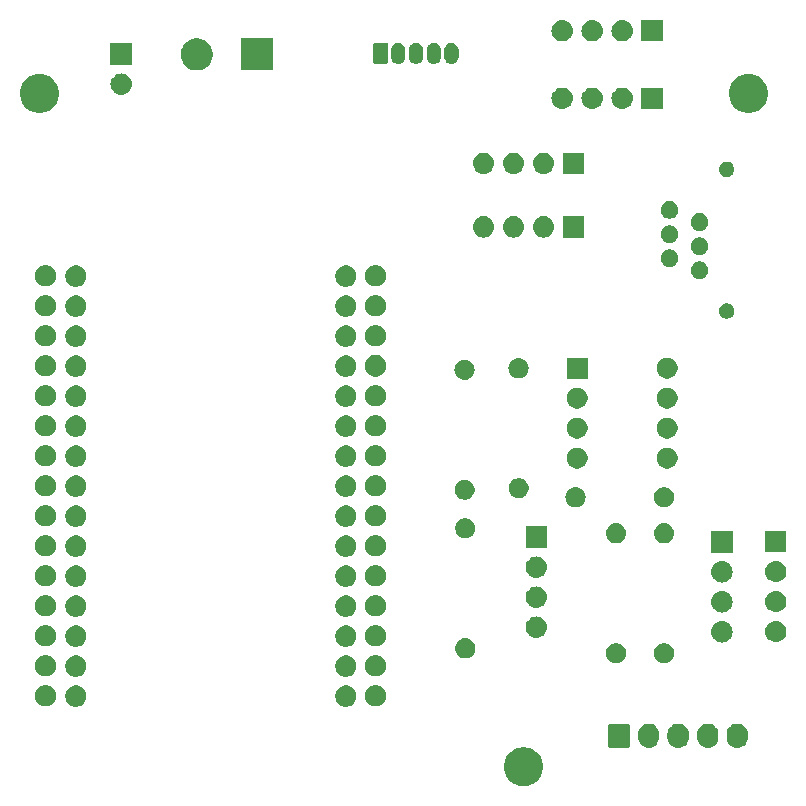
<source format=gbr>
G04 #@! TF.GenerationSoftware,KiCad,Pcbnew,(5.1.4)-1*
G04 #@! TF.CreationDate,2019-11-17T22:20:53+01:00*
G04 #@! TF.ProjectId,Airrohr_pcb,41697272-6f68-4725-9f70-63622e6b6963,rev?*
G04 #@! TF.SameCoordinates,Original*
G04 #@! TF.FileFunction,Soldermask,Bot*
G04 #@! TF.FilePolarity,Negative*
%FSLAX46Y46*%
G04 Gerber Fmt 4.6, Leading zero omitted, Abs format (unit mm)*
G04 Created by KiCad (PCBNEW (5.1.4)-1) date 2019-11-17 22:20:53*
%MOMM*%
%LPD*%
G04 APERTURE LIST*
%ADD10C,0.100000*%
G04 APERTURE END LIST*
D10*
G36*
X184564656Y-81791298D02*
G01*
X184670979Y-81812447D01*
X184971442Y-81936903D01*
X185241851Y-82117585D01*
X185471815Y-82347549D01*
X185652497Y-82617958D01*
X185776953Y-82918421D01*
X185840400Y-83237391D01*
X185840400Y-83562609D01*
X185776953Y-83881579D01*
X185652497Y-84182042D01*
X185471815Y-84452451D01*
X185241851Y-84682415D01*
X184971442Y-84863097D01*
X184670979Y-84987553D01*
X184564656Y-85008702D01*
X184352011Y-85051000D01*
X184026789Y-85051000D01*
X183814144Y-85008702D01*
X183707821Y-84987553D01*
X183407358Y-84863097D01*
X183136949Y-84682415D01*
X182906985Y-84452451D01*
X182726303Y-84182042D01*
X182601847Y-83881579D01*
X182538400Y-83562609D01*
X182538400Y-83237391D01*
X182601847Y-82918421D01*
X182726303Y-82617958D01*
X182906985Y-82347549D01*
X183136949Y-82117585D01*
X183407358Y-81936903D01*
X183707821Y-81812447D01*
X183814144Y-81791298D01*
X184026789Y-81749000D01*
X184352011Y-81749000D01*
X184564656Y-81791298D01*
X184564656Y-81791298D01*
G37*
G36*
X199954626Y-79759037D02*
G01*
X200124465Y-79810557D01*
X200124467Y-79810558D01*
X200280989Y-79894221D01*
X200418186Y-80006814D01*
X200501448Y-80108271D01*
X200530778Y-80144009D01*
X200614443Y-80300534D01*
X200665963Y-80470373D01*
X200679000Y-80602742D01*
X200679000Y-80941257D01*
X200665963Y-81073626D01*
X200614443Y-81243466D01*
X200530778Y-81399991D01*
X200501448Y-81435729D01*
X200418186Y-81537186D01*
X200323250Y-81615097D01*
X200280991Y-81649778D01*
X200124466Y-81733443D01*
X199954627Y-81784963D01*
X199778000Y-81802359D01*
X199601374Y-81784963D01*
X199431535Y-81733443D01*
X199275010Y-81649778D01*
X199137815Y-81537185D01*
X199025222Y-81399991D01*
X198941557Y-81243466D01*
X198890037Y-81073627D01*
X198877000Y-80941258D01*
X198877000Y-80602743D01*
X198890037Y-80470374D01*
X198941557Y-80300535D01*
X199025222Y-80144010D01*
X199025223Y-80144009D01*
X199137814Y-80006814D01*
X199239271Y-79923552D01*
X199275009Y-79894222D01*
X199431534Y-79810557D01*
X199601373Y-79759037D01*
X199778000Y-79741641D01*
X199954626Y-79759037D01*
X199954626Y-79759037D01*
G37*
G36*
X197454626Y-79759037D02*
G01*
X197624465Y-79810557D01*
X197624467Y-79810558D01*
X197780989Y-79894221D01*
X197918186Y-80006814D01*
X198001448Y-80108271D01*
X198030778Y-80144009D01*
X198114443Y-80300534D01*
X198165963Y-80470373D01*
X198179000Y-80602742D01*
X198179000Y-80941257D01*
X198165963Y-81073626D01*
X198114443Y-81243466D01*
X198030778Y-81399991D01*
X198001448Y-81435729D01*
X197918186Y-81537186D01*
X197823250Y-81615097D01*
X197780991Y-81649778D01*
X197624466Y-81733443D01*
X197454627Y-81784963D01*
X197278000Y-81802359D01*
X197101374Y-81784963D01*
X196931535Y-81733443D01*
X196775010Y-81649778D01*
X196637815Y-81537185D01*
X196525222Y-81399991D01*
X196441557Y-81243466D01*
X196390037Y-81073627D01*
X196377000Y-80941258D01*
X196377000Y-80602743D01*
X196390037Y-80470374D01*
X196441557Y-80300535D01*
X196525222Y-80144010D01*
X196525223Y-80144009D01*
X196637814Y-80006814D01*
X196739271Y-79923552D01*
X196775009Y-79894222D01*
X196931534Y-79810557D01*
X197101373Y-79759037D01*
X197278000Y-79741641D01*
X197454626Y-79759037D01*
X197454626Y-79759037D01*
G37*
G36*
X194954626Y-79759037D02*
G01*
X195124465Y-79810557D01*
X195124467Y-79810558D01*
X195280989Y-79894221D01*
X195418186Y-80006814D01*
X195501448Y-80108271D01*
X195530778Y-80144009D01*
X195614443Y-80300534D01*
X195665963Y-80470373D01*
X195679000Y-80602742D01*
X195679000Y-80941257D01*
X195665963Y-81073626D01*
X195614443Y-81243466D01*
X195530778Y-81399991D01*
X195501448Y-81435729D01*
X195418186Y-81537186D01*
X195323250Y-81615097D01*
X195280991Y-81649778D01*
X195124466Y-81733443D01*
X194954627Y-81784963D01*
X194778000Y-81802359D01*
X194601374Y-81784963D01*
X194431535Y-81733443D01*
X194275010Y-81649778D01*
X194137815Y-81537185D01*
X194025222Y-81399991D01*
X193941557Y-81243466D01*
X193890037Y-81073627D01*
X193877000Y-80941258D01*
X193877000Y-80602743D01*
X193890037Y-80470374D01*
X193941557Y-80300535D01*
X194025222Y-80144010D01*
X194025223Y-80144009D01*
X194137814Y-80006814D01*
X194239271Y-79923552D01*
X194275009Y-79894222D01*
X194431534Y-79810557D01*
X194601373Y-79759037D01*
X194778000Y-79741641D01*
X194954626Y-79759037D01*
X194954626Y-79759037D01*
G37*
G36*
X202454626Y-79759037D02*
G01*
X202624465Y-79810557D01*
X202624467Y-79810558D01*
X202780989Y-79894221D01*
X202918186Y-80006814D01*
X203001448Y-80108271D01*
X203030778Y-80144009D01*
X203114443Y-80300534D01*
X203165963Y-80470373D01*
X203179000Y-80602742D01*
X203179000Y-80941257D01*
X203165963Y-81073626D01*
X203114443Y-81243466D01*
X203030778Y-81399991D01*
X203001448Y-81435729D01*
X202918186Y-81537186D01*
X202823250Y-81615097D01*
X202780991Y-81649778D01*
X202624466Y-81733443D01*
X202454627Y-81784963D01*
X202278000Y-81802359D01*
X202101374Y-81784963D01*
X201931535Y-81733443D01*
X201775010Y-81649778D01*
X201637815Y-81537185D01*
X201525222Y-81399991D01*
X201441557Y-81243466D01*
X201390037Y-81073627D01*
X201377000Y-80941258D01*
X201377000Y-80602743D01*
X201390037Y-80470374D01*
X201441557Y-80300535D01*
X201525222Y-80144010D01*
X201525223Y-80144009D01*
X201637814Y-80006814D01*
X201739271Y-79923552D01*
X201775009Y-79894222D01*
X201931534Y-79810557D01*
X202101373Y-79759037D01*
X202278000Y-79741641D01*
X202454626Y-79759037D01*
X202454626Y-79759037D01*
G37*
G36*
X193036600Y-79749989D02*
G01*
X193069652Y-79760015D01*
X193100103Y-79776292D01*
X193126799Y-79798201D01*
X193148708Y-79824897D01*
X193164985Y-79855348D01*
X193175011Y-79888400D01*
X193179000Y-79928903D01*
X193179000Y-81615097D01*
X193175011Y-81655600D01*
X193164985Y-81688652D01*
X193148708Y-81719103D01*
X193126799Y-81745799D01*
X193100103Y-81767708D01*
X193069652Y-81783985D01*
X193036600Y-81794011D01*
X192996097Y-81798000D01*
X191559903Y-81798000D01*
X191519400Y-81794011D01*
X191486348Y-81783985D01*
X191455897Y-81767708D01*
X191429201Y-81745799D01*
X191407292Y-81719103D01*
X191391015Y-81688652D01*
X191380989Y-81655600D01*
X191377000Y-81615097D01*
X191377000Y-79928903D01*
X191380989Y-79888400D01*
X191391015Y-79855348D01*
X191407292Y-79824897D01*
X191429201Y-79798201D01*
X191455897Y-79776292D01*
X191486348Y-79760015D01*
X191519400Y-79749989D01*
X191559903Y-79746000D01*
X192996097Y-79746000D01*
X193036600Y-79749989D01*
X193036600Y-79749989D01*
G37*
G36*
X169252112Y-76523127D02*
G01*
X169401412Y-76552824D01*
X169565384Y-76620744D01*
X169712954Y-76719347D01*
X169838453Y-76844846D01*
X169937056Y-76992416D01*
X170004976Y-77156388D01*
X170039600Y-77330459D01*
X170039600Y-77507941D01*
X170004976Y-77682012D01*
X169937056Y-77845984D01*
X169838453Y-77993554D01*
X169712954Y-78119053D01*
X169565384Y-78217656D01*
X169401412Y-78285576D01*
X169252112Y-78315273D01*
X169227342Y-78320200D01*
X169049858Y-78320200D01*
X169025088Y-78315273D01*
X168875788Y-78285576D01*
X168711816Y-78217656D01*
X168564246Y-78119053D01*
X168438747Y-77993554D01*
X168340144Y-77845984D01*
X168272224Y-77682012D01*
X168237600Y-77507941D01*
X168237600Y-77330459D01*
X168272224Y-77156388D01*
X168340144Y-76992416D01*
X168438747Y-76844846D01*
X168564246Y-76719347D01*
X168711816Y-76620744D01*
X168875788Y-76552824D01*
X169025088Y-76523127D01*
X169049858Y-76518200D01*
X169227342Y-76518200D01*
X169252112Y-76523127D01*
X169252112Y-76523127D01*
G37*
G36*
X146392112Y-76523127D02*
G01*
X146541412Y-76552824D01*
X146705384Y-76620744D01*
X146852954Y-76719347D01*
X146978453Y-76844846D01*
X147077056Y-76992416D01*
X147144976Y-77156388D01*
X147179600Y-77330459D01*
X147179600Y-77507941D01*
X147144976Y-77682012D01*
X147077056Y-77845984D01*
X146978453Y-77993554D01*
X146852954Y-78119053D01*
X146705384Y-78217656D01*
X146541412Y-78285576D01*
X146392112Y-78315273D01*
X146367342Y-78320200D01*
X146189858Y-78320200D01*
X146165088Y-78315273D01*
X146015788Y-78285576D01*
X145851816Y-78217656D01*
X145704246Y-78119053D01*
X145578747Y-77993554D01*
X145480144Y-77845984D01*
X145412224Y-77682012D01*
X145377600Y-77507941D01*
X145377600Y-77330459D01*
X145412224Y-77156388D01*
X145480144Y-76992416D01*
X145578747Y-76844846D01*
X145704246Y-76719347D01*
X145851816Y-76620744D01*
X146015788Y-76552824D01*
X146165088Y-76523127D01*
X146189858Y-76518200D01*
X146367342Y-76518200D01*
X146392112Y-76523127D01*
X146392112Y-76523127D01*
G37*
G36*
X143826712Y-76497727D02*
G01*
X143976012Y-76527424D01*
X144139984Y-76595344D01*
X144287554Y-76693947D01*
X144413053Y-76819446D01*
X144511656Y-76967016D01*
X144579576Y-77130988D01*
X144614200Y-77305059D01*
X144614200Y-77482541D01*
X144579576Y-77656612D01*
X144511656Y-77820584D01*
X144413053Y-77968154D01*
X144287554Y-78093653D01*
X144139984Y-78192256D01*
X143976012Y-78260176D01*
X143826712Y-78289873D01*
X143801942Y-78294800D01*
X143624458Y-78294800D01*
X143599688Y-78289873D01*
X143450388Y-78260176D01*
X143286416Y-78192256D01*
X143138846Y-78093653D01*
X143013347Y-77968154D01*
X142914744Y-77820584D01*
X142846824Y-77656612D01*
X142812200Y-77482541D01*
X142812200Y-77305059D01*
X142846824Y-77130988D01*
X142914744Y-76967016D01*
X143013347Y-76819446D01*
X143138846Y-76693947D01*
X143286416Y-76595344D01*
X143450388Y-76527424D01*
X143599688Y-76497727D01*
X143624458Y-76492800D01*
X143801942Y-76492800D01*
X143826712Y-76497727D01*
X143826712Y-76497727D01*
G37*
G36*
X171766712Y-76497727D02*
G01*
X171916012Y-76527424D01*
X172079984Y-76595344D01*
X172227554Y-76693947D01*
X172353053Y-76819446D01*
X172451656Y-76967016D01*
X172519576Y-77130988D01*
X172554200Y-77305059D01*
X172554200Y-77482541D01*
X172519576Y-77656612D01*
X172451656Y-77820584D01*
X172353053Y-77968154D01*
X172227554Y-78093653D01*
X172079984Y-78192256D01*
X171916012Y-78260176D01*
X171766712Y-78289873D01*
X171741942Y-78294800D01*
X171564458Y-78294800D01*
X171539688Y-78289873D01*
X171390388Y-78260176D01*
X171226416Y-78192256D01*
X171078846Y-78093653D01*
X170953347Y-77968154D01*
X170854744Y-77820584D01*
X170786824Y-77656612D01*
X170752200Y-77482541D01*
X170752200Y-77305059D01*
X170786824Y-77130988D01*
X170854744Y-76967016D01*
X170953347Y-76819446D01*
X171078846Y-76693947D01*
X171226416Y-76595344D01*
X171390388Y-76527424D01*
X171539688Y-76497727D01*
X171564458Y-76492800D01*
X171741942Y-76492800D01*
X171766712Y-76497727D01*
X171766712Y-76497727D01*
G37*
G36*
X169252112Y-73983127D02*
G01*
X169401412Y-74012824D01*
X169565384Y-74080744D01*
X169712954Y-74179347D01*
X169838453Y-74304846D01*
X169937056Y-74452416D01*
X170004976Y-74616388D01*
X170039600Y-74790459D01*
X170039600Y-74967941D01*
X170004976Y-75142012D01*
X169937056Y-75305984D01*
X169838453Y-75453554D01*
X169712954Y-75579053D01*
X169565384Y-75677656D01*
X169401412Y-75745576D01*
X169252112Y-75775273D01*
X169227342Y-75780200D01*
X169049858Y-75780200D01*
X169025088Y-75775273D01*
X168875788Y-75745576D01*
X168711816Y-75677656D01*
X168564246Y-75579053D01*
X168438747Y-75453554D01*
X168340144Y-75305984D01*
X168272224Y-75142012D01*
X168237600Y-74967941D01*
X168237600Y-74790459D01*
X168272224Y-74616388D01*
X168340144Y-74452416D01*
X168438747Y-74304846D01*
X168564246Y-74179347D01*
X168711816Y-74080744D01*
X168875788Y-74012824D01*
X169025088Y-73983127D01*
X169049858Y-73978200D01*
X169227342Y-73978200D01*
X169252112Y-73983127D01*
X169252112Y-73983127D01*
G37*
G36*
X146392112Y-73983127D02*
G01*
X146541412Y-74012824D01*
X146705384Y-74080744D01*
X146852954Y-74179347D01*
X146978453Y-74304846D01*
X147077056Y-74452416D01*
X147144976Y-74616388D01*
X147179600Y-74790459D01*
X147179600Y-74967941D01*
X147144976Y-75142012D01*
X147077056Y-75305984D01*
X146978453Y-75453554D01*
X146852954Y-75579053D01*
X146705384Y-75677656D01*
X146541412Y-75745576D01*
X146392112Y-75775273D01*
X146367342Y-75780200D01*
X146189858Y-75780200D01*
X146165088Y-75775273D01*
X146015788Y-75745576D01*
X145851816Y-75677656D01*
X145704246Y-75579053D01*
X145578747Y-75453554D01*
X145480144Y-75305984D01*
X145412224Y-75142012D01*
X145377600Y-74967941D01*
X145377600Y-74790459D01*
X145412224Y-74616388D01*
X145480144Y-74452416D01*
X145578747Y-74304846D01*
X145704246Y-74179347D01*
X145851816Y-74080744D01*
X146015788Y-74012824D01*
X146165088Y-73983127D01*
X146189858Y-73978200D01*
X146367342Y-73978200D01*
X146392112Y-73983127D01*
X146392112Y-73983127D01*
G37*
G36*
X171766712Y-73957727D02*
G01*
X171916012Y-73987424D01*
X172079984Y-74055344D01*
X172227554Y-74153947D01*
X172353053Y-74279446D01*
X172451656Y-74427016D01*
X172519576Y-74590988D01*
X172554200Y-74765059D01*
X172554200Y-74942541D01*
X172519576Y-75116612D01*
X172451656Y-75280584D01*
X172353053Y-75428154D01*
X172227554Y-75553653D01*
X172079984Y-75652256D01*
X171916012Y-75720176D01*
X171766712Y-75749873D01*
X171741942Y-75754800D01*
X171564458Y-75754800D01*
X171539688Y-75749873D01*
X171390388Y-75720176D01*
X171226416Y-75652256D01*
X171078846Y-75553653D01*
X170953347Y-75428154D01*
X170854744Y-75280584D01*
X170786824Y-75116612D01*
X170752200Y-74942541D01*
X170752200Y-74765059D01*
X170786824Y-74590988D01*
X170854744Y-74427016D01*
X170953347Y-74279446D01*
X171078846Y-74153947D01*
X171226416Y-74055344D01*
X171390388Y-73987424D01*
X171539688Y-73957727D01*
X171564458Y-73952800D01*
X171741942Y-73952800D01*
X171766712Y-73957727D01*
X171766712Y-73957727D01*
G37*
G36*
X143826712Y-73957727D02*
G01*
X143976012Y-73987424D01*
X144139984Y-74055344D01*
X144287554Y-74153947D01*
X144413053Y-74279446D01*
X144511656Y-74427016D01*
X144579576Y-74590988D01*
X144614200Y-74765059D01*
X144614200Y-74942541D01*
X144579576Y-75116612D01*
X144511656Y-75280584D01*
X144413053Y-75428154D01*
X144287554Y-75553653D01*
X144139984Y-75652256D01*
X143976012Y-75720176D01*
X143826712Y-75749873D01*
X143801942Y-75754800D01*
X143624458Y-75754800D01*
X143599688Y-75749873D01*
X143450388Y-75720176D01*
X143286416Y-75652256D01*
X143138846Y-75553653D01*
X143013347Y-75428154D01*
X142914744Y-75280584D01*
X142846824Y-75116612D01*
X142812200Y-74942541D01*
X142812200Y-74765059D01*
X142846824Y-74590988D01*
X142914744Y-74427016D01*
X143013347Y-74279446D01*
X143138846Y-74153947D01*
X143286416Y-74055344D01*
X143450388Y-73987424D01*
X143599688Y-73957727D01*
X143624458Y-73952800D01*
X143801942Y-73952800D01*
X143826712Y-73957727D01*
X143826712Y-73957727D01*
G37*
G36*
X192272228Y-72968703D02*
G01*
X192427100Y-73032853D01*
X192566481Y-73125985D01*
X192685015Y-73244519D01*
X192778147Y-73383900D01*
X192842297Y-73538772D01*
X192875000Y-73703184D01*
X192875000Y-73870816D01*
X192842297Y-74035228D01*
X192778147Y-74190100D01*
X192685015Y-74329481D01*
X192566481Y-74448015D01*
X192427100Y-74541147D01*
X192272228Y-74605297D01*
X192107816Y-74638000D01*
X191940184Y-74638000D01*
X191775772Y-74605297D01*
X191620900Y-74541147D01*
X191481519Y-74448015D01*
X191362985Y-74329481D01*
X191269853Y-74190100D01*
X191205703Y-74035228D01*
X191173000Y-73870816D01*
X191173000Y-73703184D01*
X191205703Y-73538772D01*
X191269853Y-73383900D01*
X191362985Y-73244519D01*
X191481519Y-73125985D01*
X191620900Y-73032853D01*
X191775772Y-72968703D01*
X191940184Y-72936000D01*
X192107816Y-72936000D01*
X192272228Y-72968703D01*
X192272228Y-72968703D01*
G37*
G36*
X196336228Y-72968703D02*
G01*
X196491100Y-73032853D01*
X196630481Y-73125985D01*
X196749015Y-73244519D01*
X196842147Y-73383900D01*
X196906297Y-73538772D01*
X196939000Y-73703184D01*
X196939000Y-73870816D01*
X196906297Y-74035228D01*
X196842147Y-74190100D01*
X196749015Y-74329481D01*
X196630481Y-74448015D01*
X196491100Y-74541147D01*
X196336228Y-74605297D01*
X196171816Y-74638000D01*
X196004184Y-74638000D01*
X195839772Y-74605297D01*
X195684900Y-74541147D01*
X195545519Y-74448015D01*
X195426985Y-74329481D01*
X195333853Y-74190100D01*
X195269703Y-74035228D01*
X195237000Y-73870816D01*
X195237000Y-73703184D01*
X195269703Y-73538772D01*
X195333853Y-73383900D01*
X195426985Y-73244519D01*
X195545519Y-73125985D01*
X195684900Y-73032853D01*
X195839772Y-72968703D01*
X196004184Y-72936000D01*
X196171816Y-72936000D01*
X196336228Y-72968703D01*
X196336228Y-72968703D01*
G37*
G36*
X179414623Y-72541913D02*
G01*
X179575042Y-72590576D01*
X179637173Y-72623786D01*
X179722878Y-72669596D01*
X179852459Y-72775941D01*
X179958804Y-72905522D01*
X179958805Y-72905524D01*
X180037824Y-73053358D01*
X180086487Y-73213777D01*
X180102917Y-73380600D01*
X180086487Y-73547423D01*
X180037824Y-73707842D01*
X179966914Y-73840506D01*
X179958804Y-73855678D01*
X179852459Y-73985259D01*
X179722878Y-74091604D01*
X179722876Y-74091605D01*
X179575042Y-74170624D01*
X179414623Y-74219287D01*
X179289604Y-74231600D01*
X179205996Y-74231600D01*
X179080977Y-74219287D01*
X178920558Y-74170624D01*
X178772724Y-74091605D01*
X178772722Y-74091604D01*
X178643141Y-73985259D01*
X178536796Y-73855678D01*
X178528686Y-73840506D01*
X178457776Y-73707842D01*
X178409113Y-73547423D01*
X178392683Y-73380600D01*
X178409113Y-73213777D01*
X178457776Y-73053358D01*
X178536795Y-72905524D01*
X178536796Y-72905522D01*
X178643141Y-72775941D01*
X178772722Y-72669596D01*
X178858427Y-72623786D01*
X178920558Y-72590576D01*
X179080977Y-72541913D01*
X179205996Y-72529600D01*
X179289604Y-72529600D01*
X179414623Y-72541913D01*
X179414623Y-72541913D01*
G37*
G36*
X146392112Y-71443127D02*
G01*
X146541412Y-71472824D01*
X146705384Y-71540744D01*
X146852954Y-71639347D01*
X146978453Y-71764846D01*
X147077056Y-71912416D01*
X147144976Y-72076388D01*
X147179600Y-72250459D01*
X147179600Y-72427941D01*
X147144976Y-72602012D01*
X147077056Y-72765984D01*
X146978453Y-72913554D01*
X146852954Y-73039053D01*
X146705384Y-73137656D01*
X146541412Y-73205576D01*
X146392112Y-73235273D01*
X146367342Y-73240200D01*
X146189858Y-73240200D01*
X146165088Y-73235273D01*
X146015788Y-73205576D01*
X145851816Y-73137656D01*
X145704246Y-73039053D01*
X145578747Y-72913554D01*
X145480144Y-72765984D01*
X145412224Y-72602012D01*
X145377600Y-72427941D01*
X145377600Y-72250459D01*
X145412224Y-72076388D01*
X145480144Y-71912416D01*
X145578747Y-71764846D01*
X145704246Y-71639347D01*
X145851816Y-71540744D01*
X146015788Y-71472824D01*
X146165088Y-71443127D01*
X146189858Y-71438200D01*
X146367342Y-71438200D01*
X146392112Y-71443127D01*
X146392112Y-71443127D01*
G37*
G36*
X169252112Y-71443127D02*
G01*
X169401412Y-71472824D01*
X169565384Y-71540744D01*
X169712954Y-71639347D01*
X169838453Y-71764846D01*
X169937056Y-71912416D01*
X170004976Y-72076388D01*
X170039600Y-72250459D01*
X170039600Y-72427941D01*
X170004976Y-72602012D01*
X169937056Y-72765984D01*
X169838453Y-72913554D01*
X169712954Y-73039053D01*
X169565384Y-73137656D01*
X169401412Y-73205576D01*
X169252112Y-73235273D01*
X169227342Y-73240200D01*
X169049858Y-73240200D01*
X169025088Y-73235273D01*
X168875788Y-73205576D01*
X168711816Y-73137656D01*
X168564246Y-73039053D01*
X168438747Y-72913554D01*
X168340144Y-72765984D01*
X168272224Y-72602012D01*
X168237600Y-72427941D01*
X168237600Y-72250459D01*
X168272224Y-72076388D01*
X168340144Y-71912416D01*
X168438747Y-71764846D01*
X168564246Y-71639347D01*
X168711816Y-71540744D01*
X168875788Y-71472824D01*
X169025088Y-71443127D01*
X169049858Y-71438200D01*
X169227342Y-71438200D01*
X169252112Y-71443127D01*
X169252112Y-71443127D01*
G37*
G36*
X143826712Y-71417727D02*
G01*
X143976012Y-71447424D01*
X144139984Y-71515344D01*
X144287554Y-71613947D01*
X144413053Y-71739446D01*
X144511656Y-71887016D01*
X144579576Y-72050988D01*
X144614200Y-72225059D01*
X144614200Y-72402541D01*
X144579576Y-72576612D01*
X144511656Y-72740584D01*
X144413053Y-72888154D01*
X144287554Y-73013653D01*
X144139984Y-73112256D01*
X143976012Y-73180176D01*
X143826712Y-73209873D01*
X143801942Y-73214800D01*
X143624458Y-73214800D01*
X143599688Y-73209873D01*
X143450388Y-73180176D01*
X143286416Y-73112256D01*
X143138846Y-73013653D01*
X143013347Y-72888154D01*
X142914744Y-72740584D01*
X142846824Y-72576612D01*
X142812200Y-72402541D01*
X142812200Y-72225059D01*
X142846824Y-72050988D01*
X142914744Y-71887016D01*
X143013347Y-71739446D01*
X143138846Y-71613947D01*
X143286416Y-71515344D01*
X143450388Y-71447424D01*
X143599688Y-71417727D01*
X143624458Y-71412800D01*
X143801942Y-71412800D01*
X143826712Y-71417727D01*
X143826712Y-71417727D01*
G37*
G36*
X171766712Y-71417727D02*
G01*
X171916012Y-71447424D01*
X172079984Y-71515344D01*
X172227554Y-71613947D01*
X172353053Y-71739446D01*
X172451656Y-71887016D01*
X172519576Y-72050988D01*
X172554200Y-72225059D01*
X172554200Y-72402541D01*
X172519576Y-72576612D01*
X172451656Y-72740584D01*
X172353053Y-72888154D01*
X172227554Y-73013653D01*
X172079984Y-73112256D01*
X171916012Y-73180176D01*
X171766712Y-73209873D01*
X171741942Y-73214800D01*
X171564458Y-73214800D01*
X171539688Y-73209873D01*
X171390388Y-73180176D01*
X171226416Y-73112256D01*
X171078846Y-73013653D01*
X170953347Y-72888154D01*
X170854744Y-72740584D01*
X170786824Y-72576612D01*
X170752200Y-72402541D01*
X170752200Y-72225059D01*
X170786824Y-72050988D01*
X170854744Y-71887016D01*
X170953347Y-71739446D01*
X171078846Y-71613947D01*
X171226416Y-71515344D01*
X171390388Y-71447424D01*
X171539688Y-71417727D01*
X171564458Y-71412800D01*
X171741942Y-71412800D01*
X171766712Y-71417727D01*
X171766712Y-71417727D01*
G37*
G36*
X201100642Y-71089118D02*
G01*
X201166827Y-71095637D01*
X201336666Y-71147157D01*
X201493191Y-71230822D01*
X201528929Y-71260152D01*
X201630386Y-71343414D01*
X201708174Y-71438200D01*
X201742978Y-71480609D01*
X201826643Y-71637134D01*
X201878163Y-71806973D01*
X201895559Y-71983600D01*
X201878163Y-72160227D01*
X201826643Y-72330066D01*
X201742978Y-72486591D01*
X201713648Y-72522329D01*
X201630386Y-72623786D01*
X201528929Y-72707048D01*
X201493191Y-72736378D01*
X201336666Y-72820043D01*
X201166827Y-72871563D01*
X201100643Y-72878081D01*
X201034460Y-72884600D01*
X200945940Y-72884600D01*
X200879757Y-72878081D01*
X200813573Y-72871563D01*
X200643734Y-72820043D01*
X200487209Y-72736378D01*
X200451471Y-72707048D01*
X200350014Y-72623786D01*
X200266752Y-72522329D01*
X200237422Y-72486591D01*
X200153757Y-72330066D01*
X200102237Y-72160227D01*
X200084841Y-71983600D01*
X200102237Y-71806973D01*
X200153757Y-71637134D01*
X200237422Y-71480609D01*
X200272226Y-71438200D01*
X200350014Y-71343414D01*
X200451471Y-71260152D01*
X200487209Y-71230822D01*
X200643734Y-71147157D01*
X200813573Y-71095637D01*
X200879758Y-71089118D01*
X200945940Y-71082600D01*
X201034460Y-71082600D01*
X201100642Y-71089118D01*
X201100642Y-71089118D01*
G37*
G36*
X205647242Y-71063718D02*
G01*
X205713427Y-71070237D01*
X205883266Y-71121757D01*
X206039791Y-71205422D01*
X206070741Y-71230822D01*
X206176986Y-71318014D01*
X206244739Y-71400573D01*
X206289578Y-71455209D01*
X206373243Y-71611734D01*
X206424763Y-71781573D01*
X206442159Y-71958200D01*
X206424763Y-72134827D01*
X206373243Y-72304666D01*
X206289578Y-72461191D01*
X206260248Y-72496929D01*
X206176986Y-72598386D01*
X206090216Y-72669595D01*
X206039791Y-72710978D01*
X205883266Y-72794643D01*
X205713427Y-72846163D01*
X205647242Y-72852682D01*
X205581060Y-72859200D01*
X205492540Y-72859200D01*
X205426358Y-72852682D01*
X205360173Y-72846163D01*
X205190334Y-72794643D01*
X205033809Y-72710978D01*
X204983384Y-72669595D01*
X204896614Y-72598386D01*
X204813352Y-72496929D01*
X204784022Y-72461191D01*
X204700357Y-72304666D01*
X204648837Y-72134827D01*
X204631441Y-71958200D01*
X204648837Y-71781573D01*
X204700357Y-71611734D01*
X204784022Y-71455209D01*
X204828861Y-71400573D01*
X204896614Y-71318014D01*
X205002859Y-71230822D01*
X205033809Y-71205422D01*
X205190334Y-71121757D01*
X205360173Y-71070237D01*
X205426358Y-71063718D01*
X205492540Y-71057200D01*
X205581060Y-71057200D01*
X205647242Y-71063718D01*
X205647242Y-71063718D01*
G37*
G36*
X185378042Y-70682718D02*
G01*
X185444227Y-70689237D01*
X185614066Y-70740757D01*
X185770591Y-70824422D01*
X185806329Y-70853752D01*
X185907786Y-70937014D01*
X185991048Y-71038471D01*
X186020378Y-71074209D01*
X186104043Y-71230734D01*
X186155563Y-71400573D01*
X186172959Y-71577200D01*
X186155563Y-71753827D01*
X186104043Y-71923666D01*
X186020378Y-72080191D01*
X185991048Y-72115929D01*
X185907786Y-72217386D01*
X185806329Y-72300648D01*
X185770591Y-72329978D01*
X185614066Y-72413643D01*
X185444227Y-72465163D01*
X185378043Y-72471681D01*
X185311860Y-72478200D01*
X185223340Y-72478200D01*
X185157157Y-72471681D01*
X185090973Y-72465163D01*
X184921134Y-72413643D01*
X184764609Y-72329978D01*
X184728871Y-72300648D01*
X184627414Y-72217386D01*
X184544152Y-72115929D01*
X184514822Y-72080191D01*
X184431157Y-71923666D01*
X184379637Y-71753827D01*
X184362241Y-71577200D01*
X184379637Y-71400573D01*
X184431157Y-71230734D01*
X184514822Y-71074209D01*
X184544152Y-71038471D01*
X184627414Y-70937014D01*
X184728871Y-70853752D01*
X184764609Y-70824422D01*
X184921134Y-70740757D01*
X185090973Y-70689237D01*
X185157158Y-70682718D01*
X185223340Y-70676200D01*
X185311860Y-70676200D01*
X185378042Y-70682718D01*
X185378042Y-70682718D01*
G37*
G36*
X169252112Y-68903127D02*
G01*
X169401412Y-68932824D01*
X169565384Y-69000744D01*
X169712954Y-69099347D01*
X169838453Y-69224846D01*
X169937056Y-69372416D01*
X170004976Y-69536388D01*
X170039600Y-69710459D01*
X170039600Y-69887941D01*
X170004976Y-70062012D01*
X169937056Y-70225984D01*
X169838453Y-70373554D01*
X169712954Y-70499053D01*
X169565384Y-70597656D01*
X169401412Y-70665576D01*
X169252112Y-70695273D01*
X169227342Y-70700200D01*
X169049858Y-70700200D01*
X169025088Y-70695273D01*
X168875788Y-70665576D01*
X168711816Y-70597656D01*
X168564246Y-70499053D01*
X168438747Y-70373554D01*
X168340144Y-70225984D01*
X168272224Y-70062012D01*
X168237600Y-69887941D01*
X168237600Y-69710459D01*
X168272224Y-69536388D01*
X168340144Y-69372416D01*
X168438747Y-69224846D01*
X168564246Y-69099347D01*
X168711816Y-69000744D01*
X168875788Y-68932824D01*
X169025088Y-68903127D01*
X169049858Y-68898200D01*
X169227342Y-68898200D01*
X169252112Y-68903127D01*
X169252112Y-68903127D01*
G37*
G36*
X146392112Y-68903127D02*
G01*
X146541412Y-68932824D01*
X146705384Y-69000744D01*
X146852954Y-69099347D01*
X146978453Y-69224846D01*
X147077056Y-69372416D01*
X147144976Y-69536388D01*
X147179600Y-69710459D01*
X147179600Y-69887941D01*
X147144976Y-70062012D01*
X147077056Y-70225984D01*
X146978453Y-70373554D01*
X146852954Y-70499053D01*
X146705384Y-70597656D01*
X146541412Y-70665576D01*
X146392112Y-70695273D01*
X146367342Y-70700200D01*
X146189858Y-70700200D01*
X146165088Y-70695273D01*
X146015788Y-70665576D01*
X145851816Y-70597656D01*
X145704246Y-70499053D01*
X145578747Y-70373554D01*
X145480144Y-70225984D01*
X145412224Y-70062012D01*
X145377600Y-69887941D01*
X145377600Y-69710459D01*
X145412224Y-69536388D01*
X145480144Y-69372416D01*
X145578747Y-69224846D01*
X145704246Y-69099347D01*
X145851816Y-69000744D01*
X146015788Y-68932824D01*
X146165088Y-68903127D01*
X146189858Y-68898200D01*
X146367342Y-68898200D01*
X146392112Y-68903127D01*
X146392112Y-68903127D01*
G37*
G36*
X171766712Y-68877727D02*
G01*
X171916012Y-68907424D01*
X172079984Y-68975344D01*
X172227554Y-69073947D01*
X172353053Y-69199446D01*
X172451656Y-69347016D01*
X172519576Y-69510988D01*
X172554200Y-69685059D01*
X172554200Y-69862541D01*
X172519576Y-70036612D01*
X172451656Y-70200584D01*
X172353053Y-70348154D01*
X172227554Y-70473653D01*
X172079984Y-70572256D01*
X171916012Y-70640176D01*
X171766712Y-70669873D01*
X171741942Y-70674800D01*
X171564458Y-70674800D01*
X171539688Y-70669873D01*
X171390388Y-70640176D01*
X171226416Y-70572256D01*
X171078846Y-70473653D01*
X170953347Y-70348154D01*
X170854744Y-70200584D01*
X170786824Y-70036612D01*
X170752200Y-69862541D01*
X170752200Y-69685059D01*
X170786824Y-69510988D01*
X170854744Y-69347016D01*
X170953347Y-69199446D01*
X171078846Y-69073947D01*
X171226416Y-68975344D01*
X171390388Y-68907424D01*
X171539688Y-68877727D01*
X171564458Y-68872800D01*
X171741942Y-68872800D01*
X171766712Y-68877727D01*
X171766712Y-68877727D01*
G37*
G36*
X143826712Y-68877727D02*
G01*
X143976012Y-68907424D01*
X144139984Y-68975344D01*
X144287554Y-69073947D01*
X144413053Y-69199446D01*
X144511656Y-69347016D01*
X144579576Y-69510988D01*
X144614200Y-69685059D01*
X144614200Y-69862541D01*
X144579576Y-70036612D01*
X144511656Y-70200584D01*
X144413053Y-70348154D01*
X144287554Y-70473653D01*
X144139984Y-70572256D01*
X143976012Y-70640176D01*
X143826712Y-70669873D01*
X143801942Y-70674800D01*
X143624458Y-70674800D01*
X143599688Y-70669873D01*
X143450388Y-70640176D01*
X143286416Y-70572256D01*
X143138846Y-70473653D01*
X143013347Y-70348154D01*
X142914744Y-70200584D01*
X142846824Y-70036612D01*
X142812200Y-69862541D01*
X142812200Y-69685059D01*
X142846824Y-69510988D01*
X142914744Y-69347016D01*
X143013347Y-69199446D01*
X143138846Y-69073947D01*
X143286416Y-68975344D01*
X143450388Y-68907424D01*
X143599688Y-68877727D01*
X143624458Y-68872800D01*
X143801942Y-68872800D01*
X143826712Y-68877727D01*
X143826712Y-68877727D01*
G37*
G36*
X201100643Y-68549119D02*
G01*
X201166827Y-68555637D01*
X201336666Y-68607157D01*
X201493191Y-68690822D01*
X201528929Y-68720152D01*
X201630386Y-68803414D01*
X201708174Y-68898200D01*
X201742978Y-68940609D01*
X201826643Y-69097134D01*
X201878163Y-69266973D01*
X201895559Y-69443600D01*
X201878163Y-69620227D01*
X201826643Y-69790066D01*
X201742978Y-69946591D01*
X201713648Y-69982329D01*
X201630386Y-70083786D01*
X201528929Y-70167048D01*
X201493191Y-70196378D01*
X201336666Y-70280043D01*
X201166827Y-70331563D01*
X201100642Y-70338082D01*
X201034460Y-70344600D01*
X200945940Y-70344600D01*
X200879758Y-70338082D01*
X200813573Y-70331563D01*
X200643734Y-70280043D01*
X200487209Y-70196378D01*
X200451471Y-70167048D01*
X200350014Y-70083786D01*
X200266752Y-69982329D01*
X200237422Y-69946591D01*
X200153757Y-69790066D01*
X200102237Y-69620227D01*
X200084841Y-69443600D01*
X200102237Y-69266973D01*
X200153757Y-69097134D01*
X200237422Y-68940609D01*
X200272226Y-68898200D01*
X200350014Y-68803414D01*
X200451471Y-68720152D01*
X200487209Y-68690822D01*
X200643734Y-68607157D01*
X200813573Y-68555637D01*
X200879757Y-68549119D01*
X200945940Y-68542600D01*
X201034460Y-68542600D01*
X201100643Y-68549119D01*
X201100643Y-68549119D01*
G37*
G36*
X205647243Y-68523719D02*
G01*
X205713427Y-68530237D01*
X205883266Y-68581757D01*
X206039791Y-68665422D01*
X206070741Y-68690822D01*
X206176986Y-68778014D01*
X206244739Y-68860573D01*
X206289578Y-68915209D01*
X206373243Y-69071734D01*
X206424763Y-69241573D01*
X206442159Y-69418200D01*
X206424763Y-69594827D01*
X206373243Y-69764666D01*
X206289578Y-69921191D01*
X206260248Y-69956929D01*
X206176986Y-70058386D01*
X206075529Y-70141648D01*
X206039791Y-70170978D01*
X205883266Y-70254643D01*
X205713427Y-70306163D01*
X205647242Y-70312682D01*
X205581060Y-70319200D01*
X205492540Y-70319200D01*
X205426358Y-70312682D01*
X205360173Y-70306163D01*
X205190334Y-70254643D01*
X205033809Y-70170978D01*
X204998071Y-70141648D01*
X204896614Y-70058386D01*
X204813352Y-69956929D01*
X204784022Y-69921191D01*
X204700357Y-69764666D01*
X204648837Y-69594827D01*
X204631441Y-69418200D01*
X204648837Y-69241573D01*
X204700357Y-69071734D01*
X204784022Y-68915209D01*
X204828861Y-68860573D01*
X204896614Y-68778014D01*
X205002859Y-68690822D01*
X205033809Y-68665422D01*
X205190334Y-68581757D01*
X205360173Y-68530237D01*
X205426357Y-68523719D01*
X205492540Y-68517200D01*
X205581060Y-68517200D01*
X205647243Y-68523719D01*
X205647243Y-68523719D01*
G37*
G36*
X185378043Y-68142719D02*
G01*
X185444227Y-68149237D01*
X185614066Y-68200757D01*
X185770591Y-68284422D01*
X185806329Y-68313752D01*
X185907786Y-68397014D01*
X185991048Y-68498471D01*
X186020378Y-68534209D01*
X186104043Y-68690734D01*
X186155563Y-68860573D01*
X186172959Y-69037200D01*
X186155563Y-69213827D01*
X186104043Y-69383666D01*
X186020378Y-69540191D01*
X185991048Y-69575929D01*
X185907786Y-69677386D01*
X185806329Y-69760648D01*
X185770591Y-69789978D01*
X185614066Y-69873643D01*
X185444227Y-69925163D01*
X185378042Y-69931682D01*
X185311860Y-69938200D01*
X185223340Y-69938200D01*
X185157158Y-69931682D01*
X185090973Y-69925163D01*
X184921134Y-69873643D01*
X184764609Y-69789978D01*
X184728871Y-69760648D01*
X184627414Y-69677386D01*
X184544152Y-69575929D01*
X184514822Y-69540191D01*
X184431157Y-69383666D01*
X184379637Y-69213827D01*
X184362241Y-69037200D01*
X184379637Y-68860573D01*
X184431157Y-68690734D01*
X184514822Y-68534209D01*
X184544152Y-68498471D01*
X184627414Y-68397014D01*
X184728871Y-68313752D01*
X184764609Y-68284422D01*
X184921134Y-68200757D01*
X185090973Y-68149237D01*
X185157157Y-68142719D01*
X185223340Y-68136200D01*
X185311860Y-68136200D01*
X185378043Y-68142719D01*
X185378043Y-68142719D01*
G37*
G36*
X169252112Y-66363127D02*
G01*
X169401412Y-66392824D01*
X169565384Y-66460744D01*
X169712954Y-66559347D01*
X169838453Y-66684846D01*
X169937056Y-66832416D01*
X170004976Y-66996388D01*
X170039600Y-67170459D01*
X170039600Y-67347941D01*
X170004976Y-67522012D01*
X169937056Y-67685984D01*
X169838453Y-67833554D01*
X169712954Y-67959053D01*
X169565384Y-68057656D01*
X169401412Y-68125576D01*
X169252112Y-68155273D01*
X169227342Y-68160200D01*
X169049858Y-68160200D01*
X169025088Y-68155273D01*
X168875788Y-68125576D01*
X168711816Y-68057656D01*
X168564246Y-67959053D01*
X168438747Y-67833554D01*
X168340144Y-67685984D01*
X168272224Y-67522012D01*
X168237600Y-67347941D01*
X168237600Y-67170459D01*
X168272224Y-66996388D01*
X168340144Y-66832416D01*
X168438747Y-66684846D01*
X168564246Y-66559347D01*
X168711816Y-66460744D01*
X168875788Y-66392824D01*
X169025088Y-66363127D01*
X169049858Y-66358200D01*
X169227342Y-66358200D01*
X169252112Y-66363127D01*
X169252112Y-66363127D01*
G37*
G36*
X146392112Y-66363127D02*
G01*
X146541412Y-66392824D01*
X146705384Y-66460744D01*
X146852954Y-66559347D01*
X146978453Y-66684846D01*
X147077056Y-66832416D01*
X147144976Y-66996388D01*
X147179600Y-67170459D01*
X147179600Y-67347941D01*
X147144976Y-67522012D01*
X147077056Y-67685984D01*
X146978453Y-67833554D01*
X146852954Y-67959053D01*
X146705384Y-68057656D01*
X146541412Y-68125576D01*
X146392112Y-68155273D01*
X146367342Y-68160200D01*
X146189858Y-68160200D01*
X146165088Y-68155273D01*
X146015788Y-68125576D01*
X145851816Y-68057656D01*
X145704246Y-67959053D01*
X145578747Y-67833554D01*
X145480144Y-67685984D01*
X145412224Y-67522012D01*
X145377600Y-67347941D01*
X145377600Y-67170459D01*
X145412224Y-66996388D01*
X145480144Y-66832416D01*
X145578747Y-66684846D01*
X145704246Y-66559347D01*
X145851816Y-66460744D01*
X146015788Y-66392824D01*
X146165088Y-66363127D01*
X146189858Y-66358200D01*
X146367342Y-66358200D01*
X146392112Y-66363127D01*
X146392112Y-66363127D01*
G37*
G36*
X143826712Y-66337727D02*
G01*
X143976012Y-66367424D01*
X144139984Y-66435344D01*
X144287554Y-66533947D01*
X144413053Y-66659446D01*
X144511656Y-66807016D01*
X144579576Y-66970988D01*
X144614200Y-67145059D01*
X144614200Y-67322541D01*
X144579576Y-67496612D01*
X144511656Y-67660584D01*
X144413053Y-67808154D01*
X144287554Y-67933653D01*
X144139984Y-68032256D01*
X143976012Y-68100176D01*
X143826712Y-68129873D01*
X143801942Y-68134800D01*
X143624458Y-68134800D01*
X143599688Y-68129873D01*
X143450388Y-68100176D01*
X143286416Y-68032256D01*
X143138846Y-67933653D01*
X143013347Y-67808154D01*
X142914744Y-67660584D01*
X142846824Y-67496612D01*
X142812200Y-67322541D01*
X142812200Y-67145059D01*
X142846824Y-66970988D01*
X142914744Y-66807016D01*
X143013347Y-66659446D01*
X143138846Y-66533947D01*
X143286416Y-66435344D01*
X143450388Y-66367424D01*
X143599688Y-66337727D01*
X143624458Y-66332800D01*
X143801942Y-66332800D01*
X143826712Y-66337727D01*
X143826712Y-66337727D01*
G37*
G36*
X171766712Y-66337727D02*
G01*
X171916012Y-66367424D01*
X172079984Y-66435344D01*
X172227554Y-66533947D01*
X172353053Y-66659446D01*
X172451656Y-66807016D01*
X172519576Y-66970988D01*
X172554200Y-67145059D01*
X172554200Y-67322541D01*
X172519576Y-67496612D01*
X172451656Y-67660584D01*
X172353053Y-67808154D01*
X172227554Y-67933653D01*
X172079984Y-68032256D01*
X171916012Y-68100176D01*
X171766712Y-68129873D01*
X171741942Y-68134800D01*
X171564458Y-68134800D01*
X171539688Y-68129873D01*
X171390388Y-68100176D01*
X171226416Y-68032256D01*
X171078846Y-67933653D01*
X170953347Y-67808154D01*
X170854744Y-67660584D01*
X170786824Y-67496612D01*
X170752200Y-67322541D01*
X170752200Y-67145059D01*
X170786824Y-66970988D01*
X170854744Y-66807016D01*
X170953347Y-66659446D01*
X171078846Y-66533947D01*
X171226416Y-66435344D01*
X171390388Y-66367424D01*
X171539688Y-66337727D01*
X171564458Y-66332800D01*
X171741942Y-66332800D01*
X171766712Y-66337727D01*
X171766712Y-66337727D01*
G37*
G36*
X201100643Y-66009119D02*
G01*
X201166827Y-66015637D01*
X201336666Y-66067157D01*
X201493191Y-66150822D01*
X201528929Y-66180152D01*
X201630386Y-66263414D01*
X201708174Y-66358200D01*
X201742978Y-66400609D01*
X201826643Y-66557134D01*
X201878163Y-66726973D01*
X201895559Y-66903600D01*
X201878163Y-67080227D01*
X201826643Y-67250066D01*
X201742978Y-67406591D01*
X201713648Y-67442329D01*
X201630386Y-67543786D01*
X201528929Y-67627048D01*
X201493191Y-67656378D01*
X201336666Y-67740043D01*
X201166827Y-67791563D01*
X201100643Y-67798081D01*
X201034460Y-67804600D01*
X200945940Y-67804600D01*
X200879757Y-67798081D01*
X200813573Y-67791563D01*
X200643734Y-67740043D01*
X200487209Y-67656378D01*
X200451471Y-67627048D01*
X200350014Y-67543786D01*
X200266752Y-67442329D01*
X200237422Y-67406591D01*
X200153757Y-67250066D01*
X200102237Y-67080227D01*
X200084841Y-66903600D01*
X200102237Y-66726973D01*
X200153757Y-66557134D01*
X200237422Y-66400609D01*
X200272226Y-66358200D01*
X200350014Y-66263414D01*
X200451471Y-66180152D01*
X200487209Y-66150822D01*
X200643734Y-66067157D01*
X200813573Y-66015637D01*
X200879757Y-66009119D01*
X200945940Y-66002600D01*
X201034460Y-66002600D01*
X201100643Y-66009119D01*
X201100643Y-66009119D01*
G37*
G36*
X205647242Y-65983718D02*
G01*
X205713427Y-65990237D01*
X205883266Y-66041757D01*
X206039791Y-66125422D01*
X206070741Y-66150822D01*
X206176986Y-66238014D01*
X206244739Y-66320573D01*
X206289578Y-66375209D01*
X206373243Y-66531734D01*
X206424763Y-66701573D01*
X206442159Y-66878200D01*
X206424763Y-67054827D01*
X206373243Y-67224666D01*
X206289578Y-67381191D01*
X206260248Y-67416929D01*
X206176986Y-67518386D01*
X206075529Y-67601648D01*
X206039791Y-67630978D01*
X205883266Y-67714643D01*
X205713427Y-67766163D01*
X205647243Y-67772681D01*
X205581060Y-67779200D01*
X205492540Y-67779200D01*
X205426357Y-67772681D01*
X205360173Y-67766163D01*
X205190334Y-67714643D01*
X205033809Y-67630978D01*
X204998071Y-67601648D01*
X204896614Y-67518386D01*
X204813352Y-67416929D01*
X204784022Y-67381191D01*
X204700357Y-67224666D01*
X204648837Y-67054827D01*
X204631441Y-66878200D01*
X204648837Y-66701573D01*
X204700357Y-66531734D01*
X204784022Y-66375209D01*
X204828861Y-66320573D01*
X204896614Y-66238014D01*
X205002859Y-66150822D01*
X205033809Y-66125422D01*
X205190334Y-66041757D01*
X205360173Y-65990237D01*
X205426358Y-65983718D01*
X205492540Y-65977200D01*
X205581060Y-65977200D01*
X205647242Y-65983718D01*
X205647242Y-65983718D01*
G37*
G36*
X185378042Y-65602718D02*
G01*
X185444227Y-65609237D01*
X185614066Y-65660757D01*
X185770591Y-65744422D01*
X185806329Y-65773752D01*
X185907786Y-65857014D01*
X185991048Y-65958471D01*
X186020378Y-65994209D01*
X186104043Y-66150734D01*
X186155563Y-66320573D01*
X186172959Y-66497200D01*
X186155563Y-66673827D01*
X186104043Y-66843666D01*
X186020378Y-67000191D01*
X185991048Y-67035929D01*
X185907786Y-67137386D01*
X185806329Y-67220648D01*
X185770591Y-67249978D01*
X185614066Y-67333643D01*
X185444227Y-67385163D01*
X185378043Y-67391681D01*
X185311860Y-67398200D01*
X185223340Y-67398200D01*
X185157157Y-67391681D01*
X185090973Y-67385163D01*
X184921134Y-67333643D01*
X184764609Y-67249978D01*
X184728871Y-67220648D01*
X184627414Y-67137386D01*
X184544152Y-67035929D01*
X184514822Y-67000191D01*
X184431157Y-66843666D01*
X184379637Y-66673827D01*
X184362241Y-66497200D01*
X184379637Y-66320573D01*
X184431157Y-66150734D01*
X184514822Y-65994209D01*
X184544152Y-65958471D01*
X184627414Y-65857014D01*
X184728871Y-65773752D01*
X184764609Y-65744422D01*
X184921134Y-65660757D01*
X185090973Y-65609237D01*
X185157158Y-65602718D01*
X185223340Y-65596200D01*
X185311860Y-65596200D01*
X185378042Y-65602718D01*
X185378042Y-65602718D01*
G37*
G36*
X169252112Y-63823127D02*
G01*
X169401412Y-63852824D01*
X169565384Y-63920744D01*
X169712954Y-64019347D01*
X169838453Y-64144846D01*
X169937056Y-64292416D01*
X170004976Y-64456388D01*
X170039600Y-64630459D01*
X170039600Y-64807941D01*
X170004976Y-64982012D01*
X169937056Y-65145984D01*
X169838453Y-65293554D01*
X169712954Y-65419053D01*
X169565384Y-65517656D01*
X169401412Y-65585576D01*
X169252112Y-65615273D01*
X169227342Y-65620200D01*
X169049858Y-65620200D01*
X169025088Y-65615273D01*
X168875788Y-65585576D01*
X168711816Y-65517656D01*
X168564246Y-65419053D01*
X168438747Y-65293554D01*
X168340144Y-65145984D01*
X168272224Y-64982012D01*
X168237600Y-64807941D01*
X168237600Y-64630459D01*
X168272224Y-64456388D01*
X168340144Y-64292416D01*
X168438747Y-64144846D01*
X168564246Y-64019347D01*
X168711816Y-63920744D01*
X168875788Y-63852824D01*
X169025088Y-63823127D01*
X169049858Y-63818200D01*
X169227342Y-63818200D01*
X169252112Y-63823127D01*
X169252112Y-63823127D01*
G37*
G36*
X146392112Y-63823127D02*
G01*
X146541412Y-63852824D01*
X146705384Y-63920744D01*
X146852954Y-64019347D01*
X146978453Y-64144846D01*
X147077056Y-64292416D01*
X147144976Y-64456388D01*
X147179600Y-64630459D01*
X147179600Y-64807941D01*
X147144976Y-64982012D01*
X147077056Y-65145984D01*
X146978453Y-65293554D01*
X146852954Y-65419053D01*
X146705384Y-65517656D01*
X146541412Y-65585576D01*
X146392112Y-65615273D01*
X146367342Y-65620200D01*
X146189858Y-65620200D01*
X146165088Y-65615273D01*
X146015788Y-65585576D01*
X145851816Y-65517656D01*
X145704246Y-65419053D01*
X145578747Y-65293554D01*
X145480144Y-65145984D01*
X145412224Y-64982012D01*
X145377600Y-64807941D01*
X145377600Y-64630459D01*
X145412224Y-64456388D01*
X145480144Y-64292416D01*
X145578747Y-64144846D01*
X145704246Y-64019347D01*
X145851816Y-63920744D01*
X146015788Y-63852824D01*
X146165088Y-63823127D01*
X146189858Y-63818200D01*
X146367342Y-63818200D01*
X146392112Y-63823127D01*
X146392112Y-63823127D01*
G37*
G36*
X143826712Y-63797727D02*
G01*
X143976012Y-63827424D01*
X144139984Y-63895344D01*
X144287554Y-63993947D01*
X144413053Y-64119446D01*
X144511656Y-64267016D01*
X144579576Y-64430988D01*
X144614200Y-64605059D01*
X144614200Y-64782541D01*
X144579576Y-64956612D01*
X144511656Y-65120584D01*
X144413053Y-65268154D01*
X144287554Y-65393653D01*
X144139984Y-65492256D01*
X143976012Y-65560176D01*
X143826712Y-65589873D01*
X143801942Y-65594800D01*
X143624458Y-65594800D01*
X143599688Y-65589873D01*
X143450388Y-65560176D01*
X143286416Y-65492256D01*
X143138846Y-65393653D01*
X143013347Y-65268154D01*
X142914744Y-65120584D01*
X142846824Y-64956612D01*
X142812200Y-64782541D01*
X142812200Y-64605059D01*
X142846824Y-64430988D01*
X142914744Y-64267016D01*
X143013347Y-64119446D01*
X143138846Y-63993947D01*
X143286416Y-63895344D01*
X143450388Y-63827424D01*
X143599688Y-63797727D01*
X143624458Y-63792800D01*
X143801942Y-63792800D01*
X143826712Y-63797727D01*
X143826712Y-63797727D01*
G37*
G36*
X171766712Y-63797727D02*
G01*
X171916012Y-63827424D01*
X172079984Y-63895344D01*
X172227554Y-63993947D01*
X172353053Y-64119446D01*
X172451656Y-64267016D01*
X172519576Y-64430988D01*
X172554200Y-64605059D01*
X172554200Y-64782541D01*
X172519576Y-64956612D01*
X172451656Y-65120584D01*
X172353053Y-65268154D01*
X172227554Y-65393653D01*
X172079984Y-65492256D01*
X171916012Y-65560176D01*
X171766712Y-65589873D01*
X171741942Y-65594800D01*
X171564458Y-65594800D01*
X171539688Y-65589873D01*
X171390388Y-65560176D01*
X171226416Y-65492256D01*
X171078846Y-65393653D01*
X170953347Y-65268154D01*
X170854744Y-65120584D01*
X170786824Y-64956612D01*
X170752200Y-64782541D01*
X170752200Y-64605059D01*
X170786824Y-64430988D01*
X170854744Y-64267016D01*
X170953347Y-64119446D01*
X171078846Y-63993947D01*
X171226416Y-63895344D01*
X171390388Y-63827424D01*
X171539688Y-63797727D01*
X171564458Y-63792800D01*
X171741942Y-63792800D01*
X171766712Y-63797727D01*
X171766712Y-63797727D01*
G37*
G36*
X201891200Y-65264600D02*
G01*
X200089200Y-65264600D01*
X200089200Y-63462600D01*
X201891200Y-63462600D01*
X201891200Y-65264600D01*
X201891200Y-65264600D01*
G37*
G36*
X206437800Y-65239200D02*
G01*
X204635800Y-65239200D01*
X204635800Y-63437200D01*
X206437800Y-63437200D01*
X206437800Y-65239200D01*
X206437800Y-65239200D01*
G37*
G36*
X186168600Y-64858200D02*
G01*
X184366600Y-64858200D01*
X184366600Y-63056200D01*
X186168600Y-63056200D01*
X186168600Y-64858200D01*
X186168600Y-64858200D01*
G37*
G36*
X196254823Y-62788313D02*
G01*
X196415242Y-62836976D01*
X196493962Y-62879053D01*
X196563078Y-62915996D01*
X196692659Y-63022341D01*
X196799004Y-63151922D01*
X196799005Y-63151924D01*
X196878024Y-63299758D01*
X196926687Y-63460177D01*
X196943117Y-63627000D01*
X196926687Y-63793823D01*
X196878024Y-63954242D01*
X196843224Y-64019348D01*
X196799004Y-64102078D01*
X196692659Y-64231659D01*
X196563078Y-64338004D01*
X196563076Y-64338005D01*
X196415242Y-64417024D01*
X196254823Y-64465687D01*
X196129804Y-64478000D01*
X196046196Y-64478000D01*
X195921177Y-64465687D01*
X195760758Y-64417024D01*
X195612924Y-64338005D01*
X195612922Y-64338004D01*
X195483341Y-64231659D01*
X195376996Y-64102078D01*
X195332776Y-64019348D01*
X195297976Y-63954242D01*
X195249313Y-63793823D01*
X195232883Y-63627000D01*
X195249313Y-63460177D01*
X195297976Y-63299758D01*
X195376995Y-63151924D01*
X195376996Y-63151922D01*
X195483341Y-63022341D01*
X195612922Y-62915996D01*
X195682038Y-62879053D01*
X195760758Y-62836976D01*
X195921177Y-62788313D01*
X196046196Y-62776000D01*
X196129804Y-62776000D01*
X196254823Y-62788313D01*
X196254823Y-62788313D01*
G37*
G36*
X192190823Y-62788313D02*
G01*
X192351242Y-62836976D01*
X192429962Y-62879053D01*
X192499078Y-62915996D01*
X192628659Y-63022341D01*
X192735004Y-63151922D01*
X192735005Y-63151924D01*
X192814024Y-63299758D01*
X192862687Y-63460177D01*
X192879117Y-63627000D01*
X192862687Y-63793823D01*
X192814024Y-63954242D01*
X192779224Y-64019348D01*
X192735004Y-64102078D01*
X192628659Y-64231659D01*
X192499078Y-64338004D01*
X192499076Y-64338005D01*
X192351242Y-64417024D01*
X192190823Y-64465687D01*
X192065804Y-64478000D01*
X191982196Y-64478000D01*
X191857177Y-64465687D01*
X191696758Y-64417024D01*
X191548924Y-64338005D01*
X191548922Y-64338004D01*
X191419341Y-64231659D01*
X191312996Y-64102078D01*
X191268776Y-64019348D01*
X191233976Y-63954242D01*
X191185313Y-63793823D01*
X191168883Y-63627000D01*
X191185313Y-63460177D01*
X191233976Y-63299758D01*
X191312995Y-63151924D01*
X191312996Y-63151922D01*
X191419341Y-63022341D01*
X191548922Y-62915996D01*
X191618038Y-62879053D01*
X191696758Y-62836976D01*
X191857177Y-62788313D01*
X191982196Y-62776000D01*
X192065804Y-62776000D01*
X192190823Y-62788313D01*
X192190823Y-62788313D01*
G37*
G36*
X179496028Y-62402303D02*
G01*
X179650900Y-62466453D01*
X179790281Y-62559585D01*
X179908815Y-62678119D01*
X180001947Y-62817500D01*
X180066097Y-62972372D01*
X180098800Y-63136784D01*
X180098800Y-63304416D01*
X180066097Y-63468828D01*
X180001947Y-63623700D01*
X179908815Y-63763081D01*
X179790281Y-63881615D01*
X179650900Y-63974747D01*
X179496028Y-64038897D01*
X179331616Y-64071600D01*
X179163984Y-64071600D01*
X178999572Y-64038897D01*
X178844700Y-63974747D01*
X178705319Y-63881615D01*
X178586785Y-63763081D01*
X178493653Y-63623700D01*
X178429503Y-63468828D01*
X178396800Y-63304416D01*
X178396800Y-63136784D01*
X178429503Y-62972372D01*
X178493653Y-62817500D01*
X178586785Y-62678119D01*
X178705319Y-62559585D01*
X178844700Y-62466453D01*
X178999572Y-62402303D01*
X179163984Y-62369600D01*
X179331616Y-62369600D01*
X179496028Y-62402303D01*
X179496028Y-62402303D01*
G37*
G36*
X146392112Y-61283127D02*
G01*
X146541412Y-61312824D01*
X146705384Y-61380744D01*
X146852954Y-61479347D01*
X146978453Y-61604846D01*
X147077056Y-61752416D01*
X147144976Y-61916388D01*
X147179600Y-62090459D01*
X147179600Y-62267941D01*
X147144976Y-62442012D01*
X147077056Y-62605984D01*
X146978453Y-62753554D01*
X146852954Y-62879053D01*
X146705384Y-62977656D01*
X146541412Y-63045576D01*
X146392112Y-63075273D01*
X146367342Y-63080200D01*
X146189858Y-63080200D01*
X146165088Y-63075273D01*
X146015788Y-63045576D01*
X145851816Y-62977656D01*
X145704246Y-62879053D01*
X145578747Y-62753554D01*
X145480144Y-62605984D01*
X145412224Y-62442012D01*
X145377600Y-62267941D01*
X145377600Y-62090459D01*
X145412224Y-61916388D01*
X145480144Y-61752416D01*
X145578747Y-61604846D01*
X145704246Y-61479347D01*
X145851816Y-61380744D01*
X146015788Y-61312824D01*
X146165088Y-61283127D01*
X146189858Y-61278200D01*
X146367342Y-61278200D01*
X146392112Y-61283127D01*
X146392112Y-61283127D01*
G37*
G36*
X169252112Y-61283127D02*
G01*
X169401412Y-61312824D01*
X169565384Y-61380744D01*
X169712954Y-61479347D01*
X169838453Y-61604846D01*
X169937056Y-61752416D01*
X170004976Y-61916388D01*
X170039600Y-62090459D01*
X170039600Y-62267941D01*
X170004976Y-62442012D01*
X169937056Y-62605984D01*
X169838453Y-62753554D01*
X169712954Y-62879053D01*
X169565384Y-62977656D01*
X169401412Y-63045576D01*
X169252112Y-63075273D01*
X169227342Y-63080200D01*
X169049858Y-63080200D01*
X169025088Y-63075273D01*
X168875788Y-63045576D01*
X168711816Y-62977656D01*
X168564246Y-62879053D01*
X168438747Y-62753554D01*
X168340144Y-62605984D01*
X168272224Y-62442012D01*
X168237600Y-62267941D01*
X168237600Y-62090459D01*
X168272224Y-61916388D01*
X168340144Y-61752416D01*
X168438747Y-61604846D01*
X168564246Y-61479347D01*
X168711816Y-61380744D01*
X168875788Y-61312824D01*
X169025088Y-61283127D01*
X169049858Y-61278200D01*
X169227342Y-61278200D01*
X169252112Y-61283127D01*
X169252112Y-61283127D01*
G37*
G36*
X143826712Y-61257727D02*
G01*
X143976012Y-61287424D01*
X144139984Y-61355344D01*
X144287554Y-61453947D01*
X144413053Y-61579446D01*
X144511656Y-61727016D01*
X144579576Y-61890988D01*
X144614200Y-62065059D01*
X144614200Y-62242541D01*
X144579576Y-62416612D01*
X144511656Y-62580584D01*
X144413053Y-62728154D01*
X144287554Y-62853653D01*
X144139984Y-62952256D01*
X143976012Y-63020176D01*
X143826712Y-63049873D01*
X143801942Y-63054800D01*
X143624458Y-63054800D01*
X143599688Y-63049873D01*
X143450388Y-63020176D01*
X143286416Y-62952256D01*
X143138846Y-62853653D01*
X143013347Y-62728154D01*
X142914744Y-62580584D01*
X142846824Y-62416612D01*
X142812200Y-62242541D01*
X142812200Y-62065059D01*
X142846824Y-61890988D01*
X142914744Y-61727016D01*
X143013347Y-61579446D01*
X143138846Y-61453947D01*
X143286416Y-61355344D01*
X143450388Y-61287424D01*
X143599688Y-61257727D01*
X143624458Y-61252800D01*
X143801942Y-61252800D01*
X143826712Y-61257727D01*
X143826712Y-61257727D01*
G37*
G36*
X171766712Y-61257727D02*
G01*
X171916012Y-61287424D01*
X172079984Y-61355344D01*
X172227554Y-61453947D01*
X172353053Y-61579446D01*
X172451656Y-61727016D01*
X172519576Y-61890988D01*
X172554200Y-62065059D01*
X172554200Y-62242541D01*
X172519576Y-62416612D01*
X172451656Y-62580584D01*
X172353053Y-62728154D01*
X172227554Y-62853653D01*
X172079984Y-62952256D01*
X171916012Y-63020176D01*
X171766712Y-63049873D01*
X171741942Y-63054800D01*
X171564458Y-63054800D01*
X171539688Y-63049873D01*
X171390388Y-63020176D01*
X171226416Y-62952256D01*
X171078846Y-62853653D01*
X170953347Y-62728154D01*
X170854744Y-62580584D01*
X170786824Y-62416612D01*
X170752200Y-62242541D01*
X170752200Y-62065059D01*
X170786824Y-61890988D01*
X170854744Y-61727016D01*
X170953347Y-61579446D01*
X171078846Y-61453947D01*
X171226416Y-61355344D01*
X171390388Y-61287424D01*
X171539688Y-61257727D01*
X171564458Y-61252800D01*
X171741942Y-61252800D01*
X171766712Y-61257727D01*
X171766712Y-61257727D01*
G37*
G36*
X188754823Y-59740313D02*
G01*
X188915242Y-59788976D01*
X188982361Y-59824852D01*
X189063078Y-59867996D01*
X189192659Y-59974341D01*
X189299004Y-60103922D01*
X189299005Y-60103924D01*
X189378024Y-60251758D01*
X189426687Y-60412177D01*
X189443117Y-60579000D01*
X189426687Y-60745823D01*
X189378024Y-60906242D01*
X189337477Y-60982100D01*
X189299004Y-61054078D01*
X189192659Y-61183659D01*
X189063078Y-61290004D01*
X189063076Y-61290005D01*
X188915242Y-61369024D01*
X188754823Y-61417687D01*
X188629804Y-61430000D01*
X188546196Y-61430000D01*
X188421177Y-61417687D01*
X188260758Y-61369024D01*
X188112924Y-61290005D01*
X188112922Y-61290004D01*
X187983341Y-61183659D01*
X187876996Y-61054078D01*
X187838523Y-60982100D01*
X187797976Y-60906242D01*
X187749313Y-60745823D01*
X187732883Y-60579000D01*
X187749313Y-60412177D01*
X187797976Y-60251758D01*
X187876995Y-60103924D01*
X187876996Y-60103922D01*
X187983341Y-59974341D01*
X188112922Y-59867996D01*
X188193639Y-59824852D01*
X188260758Y-59788976D01*
X188421177Y-59740313D01*
X188546196Y-59728000D01*
X188629804Y-59728000D01*
X188754823Y-59740313D01*
X188754823Y-59740313D01*
G37*
G36*
X196336228Y-59760703D02*
G01*
X196491100Y-59824853D01*
X196630481Y-59917985D01*
X196749015Y-60036519D01*
X196842147Y-60175900D01*
X196906297Y-60330772D01*
X196939000Y-60495184D01*
X196939000Y-60662816D01*
X196906297Y-60827228D01*
X196842147Y-60982100D01*
X196749015Y-61121481D01*
X196630481Y-61240015D01*
X196491100Y-61333147D01*
X196336228Y-61397297D01*
X196171816Y-61430000D01*
X196004184Y-61430000D01*
X195839772Y-61397297D01*
X195684900Y-61333147D01*
X195545519Y-61240015D01*
X195426985Y-61121481D01*
X195333853Y-60982100D01*
X195269703Y-60827228D01*
X195237000Y-60662816D01*
X195237000Y-60495184D01*
X195269703Y-60330772D01*
X195333853Y-60175900D01*
X195426985Y-60036519D01*
X195545519Y-59917985D01*
X195684900Y-59824853D01*
X195839772Y-59760703D01*
X196004184Y-59728000D01*
X196171816Y-59728000D01*
X196336228Y-59760703D01*
X196336228Y-59760703D01*
G37*
G36*
X179445228Y-59125703D02*
G01*
X179600100Y-59189853D01*
X179739481Y-59282985D01*
X179858015Y-59401519D01*
X179951147Y-59540900D01*
X180015297Y-59695772D01*
X180048000Y-59860184D01*
X180048000Y-60027816D01*
X180015297Y-60192228D01*
X179951147Y-60347100D01*
X179858015Y-60486481D01*
X179739481Y-60605015D01*
X179600100Y-60698147D01*
X179445228Y-60762297D01*
X179280816Y-60795000D01*
X179113184Y-60795000D01*
X178948772Y-60762297D01*
X178793900Y-60698147D01*
X178654519Y-60605015D01*
X178535985Y-60486481D01*
X178442853Y-60347100D01*
X178378703Y-60192228D01*
X178346000Y-60027816D01*
X178346000Y-59860184D01*
X178378703Y-59695772D01*
X178442853Y-59540900D01*
X178535985Y-59401519D01*
X178654519Y-59282985D01*
X178793900Y-59189853D01*
X178948772Y-59125703D01*
X179113184Y-59093000D01*
X179280816Y-59093000D01*
X179445228Y-59125703D01*
X179445228Y-59125703D01*
G37*
G36*
X184017228Y-58998703D02*
G01*
X184172100Y-59062853D01*
X184311481Y-59155985D01*
X184430015Y-59274519D01*
X184523147Y-59413900D01*
X184587297Y-59568772D01*
X184620000Y-59733184D01*
X184620000Y-59900816D01*
X184587297Y-60065228D01*
X184523147Y-60220100D01*
X184430015Y-60359481D01*
X184311481Y-60478015D01*
X184172100Y-60571147D01*
X184017228Y-60635297D01*
X183852816Y-60668000D01*
X183685184Y-60668000D01*
X183520772Y-60635297D01*
X183365900Y-60571147D01*
X183226519Y-60478015D01*
X183107985Y-60359481D01*
X183014853Y-60220100D01*
X182950703Y-60065228D01*
X182918000Y-59900816D01*
X182918000Y-59733184D01*
X182950703Y-59568772D01*
X183014853Y-59413900D01*
X183107985Y-59274519D01*
X183226519Y-59155985D01*
X183365900Y-59062853D01*
X183520772Y-58998703D01*
X183685184Y-58966000D01*
X183852816Y-58966000D01*
X184017228Y-58998703D01*
X184017228Y-58998703D01*
G37*
G36*
X146392112Y-58743127D02*
G01*
X146541412Y-58772824D01*
X146705384Y-58840744D01*
X146852954Y-58939347D01*
X146978453Y-59064846D01*
X147077056Y-59212416D01*
X147144976Y-59376388D01*
X147179600Y-59550459D01*
X147179600Y-59727941D01*
X147144976Y-59902012D01*
X147077056Y-60065984D01*
X146978453Y-60213554D01*
X146852954Y-60339053D01*
X146705384Y-60437656D01*
X146541412Y-60505576D01*
X146392112Y-60535273D01*
X146367342Y-60540200D01*
X146189858Y-60540200D01*
X146165088Y-60535273D01*
X146015788Y-60505576D01*
X145851816Y-60437656D01*
X145704246Y-60339053D01*
X145578747Y-60213554D01*
X145480144Y-60065984D01*
X145412224Y-59902012D01*
X145377600Y-59727941D01*
X145377600Y-59550459D01*
X145412224Y-59376388D01*
X145480144Y-59212416D01*
X145578747Y-59064846D01*
X145704246Y-58939347D01*
X145851816Y-58840744D01*
X146015788Y-58772824D01*
X146165088Y-58743127D01*
X146189858Y-58738200D01*
X146367342Y-58738200D01*
X146392112Y-58743127D01*
X146392112Y-58743127D01*
G37*
G36*
X169252112Y-58743127D02*
G01*
X169401412Y-58772824D01*
X169565384Y-58840744D01*
X169712954Y-58939347D01*
X169838453Y-59064846D01*
X169937056Y-59212416D01*
X170004976Y-59376388D01*
X170039600Y-59550459D01*
X170039600Y-59727941D01*
X170004976Y-59902012D01*
X169937056Y-60065984D01*
X169838453Y-60213554D01*
X169712954Y-60339053D01*
X169565384Y-60437656D01*
X169401412Y-60505576D01*
X169252112Y-60535273D01*
X169227342Y-60540200D01*
X169049858Y-60540200D01*
X169025088Y-60535273D01*
X168875788Y-60505576D01*
X168711816Y-60437656D01*
X168564246Y-60339053D01*
X168438747Y-60213554D01*
X168340144Y-60065984D01*
X168272224Y-59902012D01*
X168237600Y-59727941D01*
X168237600Y-59550459D01*
X168272224Y-59376388D01*
X168340144Y-59212416D01*
X168438747Y-59064846D01*
X168564246Y-58939347D01*
X168711816Y-58840744D01*
X168875788Y-58772824D01*
X169025088Y-58743127D01*
X169049858Y-58738200D01*
X169227342Y-58738200D01*
X169252112Y-58743127D01*
X169252112Y-58743127D01*
G37*
G36*
X171766712Y-58717727D02*
G01*
X171916012Y-58747424D01*
X172079984Y-58815344D01*
X172227554Y-58913947D01*
X172353053Y-59039446D01*
X172451656Y-59187016D01*
X172519576Y-59350988D01*
X172554200Y-59525059D01*
X172554200Y-59702541D01*
X172519576Y-59876612D01*
X172451656Y-60040584D01*
X172353053Y-60188154D01*
X172227554Y-60313653D01*
X172079984Y-60412256D01*
X171916012Y-60480176D01*
X171766712Y-60509873D01*
X171741942Y-60514800D01*
X171564458Y-60514800D01*
X171539688Y-60509873D01*
X171390388Y-60480176D01*
X171226416Y-60412256D01*
X171078846Y-60313653D01*
X170953347Y-60188154D01*
X170854744Y-60040584D01*
X170786824Y-59876612D01*
X170752200Y-59702541D01*
X170752200Y-59525059D01*
X170786824Y-59350988D01*
X170854744Y-59187016D01*
X170953347Y-59039446D01*
X171078846Y-58913947D01*
X171226416Y-58815344D01*
X171390388Y-58747424D01*
X171539688Y-58717727D01*
X171564458Y-58712800D01*
X171741942Y-58712800D01*
X171766712Y-58717727D01*
X171766712Y-58717727D01*
G37*
G36*
X143826712Y-58717727D02*
G01*
X143976012Y-58747424D01*
X144139984Y-58815344D01*
X144287554Y-58913947D01*
X144413053Y-59039446D01*
X144511656Y-59187016D01*
X144579576Y-59350988D01*
X144614200Y-59525059D01*
X144614200Y-59702541D01*
X144579576Y-59876612D01*
X144511656Y-60040584D01*
X144413053Y-60188154D01*
X144287554Y-60313653D01*
X144139984Y-60412256D01*
X143976012Y-60480176D01*
X143826712Y-60509873D01*
X143801942Y-60514800D01*
X143624458Y-60514800D01*
X143599688Y-60509873D01*
X143450388Y-60480176D01*
X143286416Y-60412256D01*
X143138846Y-60313653D01*
X143013347Y-60188154D01*
X142914744Y-60040584D01*
X142846824Y-59876612D01*
X142812200Y-59702541D01*
X142812200Y-59525059D01*
X142846824Y-59350988D01*
X142914744Y-59187016D01*
X143013347Y-59039446D01*
X143138846Y-58913947D01*
X143286416Y-58815344D01*
X143450388Y-58747424D01*
X143599688Y-58717727D01*
X143624458Y-58712800D01*
X143801942Y-58712800D01*
X143826712Y-58717727D01*
X143826712Y-58717727D01*
G37*
G36*
X188981369Y-56421971D02*
G01*
X189143195Y-56489002D01*
X189288829Y-56586311D01*
X189412689Y-56710171D01*
X189509998Y-56855805D01*
X189577029Y-57017631D01*
X189611200Y-57189420D01*
X189611200Y-57364580D01*
X189577029Y-57536369D01*
X189509998Y-57698195D01*
X189412689Y-57843829D01*
X189288829Y-57967689D01*
X189143195Y-58064998D01*
X188981369Y-58132029D01*
X188809580Y-58166200D01*
X188634420Y-58166200D01*
X188462631Y-58132029D01*
X188300805Y-58064998D01*
X188155171Y-57967689D01*
X188031311Y-57843829D01*
X187934002Y-57698195D01*
X187866971Y-57536369D01*
X187832800Y-57364580D01*
X187832800Y-57189420D01*
X187866971Y-57017631D01*
X187934002Y-56855805D01*
X188031311Y-56710171D01*
X188155171Y-56586311D01*
X188300805Y-56489002D01*
X188462631Y-56421971D01*
X188634420Y-56387800D01*
X188809580Y-56387800D01*
X188981369Y-56421971D01*
X188981369Y-56421971D01*
G37*
G36*
X196601369Y-56421971D02*
G01*
X196763195Y-56489002D01*
X196908829Y-56586311D01*
X197032689Y-56710171D01*
X197129998Y-56855805D01*
X197197029Y-57017631D01*
X197231200Y-57189420D01*
X197231200Y-57364580D01*
X197197029Y-57536369D01*
X197129998Y-57698195D01*
X197032689Y-57843829D01*
X196908829Y-57967689D01*
X196763195Y-58064998D01*
X196601369Y-58132029D01*
X196429580Y-58166200D01*
X196254420Y-58166200D01*
X196082631Y-58132029D01*
X195920805Y-58064998D01*
X195775171Y-57967689D01*
X195651311Y-57843829D01*
X195554002Y-57698195D01*
X195486971Y-57536369D01*
X195452800Y-57364580D01*
X195452800Y-57189420D01*
X195486971Y-57017631D01*
X195554002Y-56855805D01*
X195651311Y-56710171D01*
X195775171Y-56586311D01*
X195920805Y-56489002D01*
X196082631Y-56421971D01*
X196254420Y-56387800D01*
X196429580Y-56387800D01*
X196601369Y-56421971D01*
X196601369Y-56421971D01*
G37*
G36*
X146392112Y-56203127D02*
G01*
X146541412Y-56232824D01*
X146705384Y-56300744D01*
X146852954Y-56399347D01*
X146978453Y-56524846D01*
X147077056Y-56672416D01*
X147144976Y-56836388D01*
X147179600Y-57010459D01*
X147179600Y-57187941D01*
X147144976Y-57362012D01*
X147077056Y-57525984D01*
X146978453Y-57673554D01*
X146852954Y-57799053D01*
X146705384Y-57897656D01*
X146541412Y-57965576D01*
X146392112Y-57995273D01*
X146367342Y-58000200D01*
X146189858Y-58000200D01*
X146165088Y-57995273D01*
X146015788Y-57965576D01*
X145851816Y-57897656D01*
X145704246Y-57799053D01*
X145578747Y-57673554D01*
X145480144Y-57525984D01*
X145412224Y-57362012D01*
X145377600Y-57187941D01*
X145377600Y-57010459D01*
X145412224Y-56836388D01*
X145480144Y-56672416D01*
X145578747Y-56524846D01*
X145704246Y-56399347D01*
X145851816Y-56300744D01*
X146015788Y-56232824D01*
X146165088Y-56203127D01*
X146189858Y-56198200D01*
X146367342Y-56198200D01*
X146392112Y-56203127D01*
X146392112Y-56203127D01*
G37*
G36*
X169252112Y-56203127D02*
G01*
X169401412Y-56232824D01*
X169565384Y-56300744D01*
X169712954Y-56399347D01*
X169838453Y-56524846D01*
X169937056Y-56672416D01*
X170004976Y-56836388D01*
X170039600Y-57010459D01*
X170039600Y-57187941D01*
X170004976Y-57362012D01*
X169937056Y-57525984D01*
X169838453Y-57673554D01*
X169712954Y-57799053D01*
X169565384Y-57897656D01*
X169401412Y-57965576D01*
X169252112Y-57995273D01*
X169227342Y-58000200D01*
X169049858Y-58000200D01*
X169025088Y-57995273D01*
X168875788Y-57965576D01*
X168711816Y-57897656D01*
X168564246Y-57799053D01*
X168438747Y-57673554D01*
X168340144Y-57525984D01*
X168272224Y-57362012D01*
X168237600Y-57187941D01*
X168237600Y-57010459D01*
X168272224Y-56836388D01*
X168340144Y-56672416D01*
X168438747Y-56524846D01*
X168564246Y-56399347D01*
X168711816Y-56300744D01*
X168875788Y-56232824D01*
X169025088Y-56203127D01*
X169049858Y-56198200D01*
X169227342Y-56198200D01*
X169252112Y-56203127D01*
X169252112Y-56203127D01*
G37*
G36*
X143826712Y-56177727D02*
G01*
X143976012Y-56207424D01*
X144139984Y-56275344D01*
X144287554Y-56373947D01*
X144413053Y-56499446D01*
X144511656Y-56647016D01*
X144579576Y-56810988D01*
X144614200Y-56985059D01*
X144614200Y-57162541D01*
X144579576Y-57336612D01*
X144511656Y-57500584D01*
X144413053Y-57648154D01*
X144287554Y-57773653D01*
X144139984Y-57872256D01*
X143976012Y-57940176D01*
X143837706Y-57967686D01*
X143801942Y-57974800D01*
X143624458Y-57974800D01*
X143588694Y-57967686D01*
X143450388Y-57940176D01*
X143286416Y-57872256D01*
X143138846Y-57773653D01*
X143013347Y-57648154D01*
X142914744Y-57500584D01*
X142846824Y-57336612D01*
X142812200Y-57162541D01*
X142812200Y-56985059D01*
X142846824Y-56810988D01*
X142914744Y-56647016D01*
X143013347Y-56499446D01*
X143138846Y-56373947D01*
X143286416Y-56275344D01*
X143450388Y-56207424D01*
X143599688Y-56177727D01*
X143624458Y-56172800D01*
X143801942Y-56172800D01*
X143826712Y-56177727D01*
X143826712Y-56177727D01*
G37*
G36*
X171766712Y-56177727D02*
G01*
X171916012Y-56207424D01*
X172079984Y-56275344D01*
X172227554Y-56373947D01*
X172353053Y-56499446D01*
X172451656Y-56647016D01*
X172519576Y-56810988D01*
X172554200Y-56985059D01*
X172554200Y-57162541D01*
X172519576Y-57336612D01*
X172451656Y-57500584D01*
X172353053Y-57648154D01*
X172227554Y-57773653D01*
X172079984Y-57872256D01*
X171916012Y-57940176D01*
X171777706Y-57967686D01*
X171741942Y-57974800D01*
X171564458Y-57974800D01*
X171528694Y-57967686D01*
X171390388Y-57940176D01*
X171226416Y-57872256D01*
X171078846Y-57773653D01*
X170953347Y-57648154D01*
X170854744Y-57500584D01*
X170786824Y-57336612D01*
X170752200Y-57162541D01*
X170752200Y-56985059D01*
X170786824Y-56810988D01*
X170854744Y-56647016D01*
X170953347Y-56499446D01*
X171078846Y-56373947D01*
X171226416Y-56275344D01*
X171390388Y-56207424D01*
X171539688Y-56177727D01*
X171564458Y-56172800D01*
X171741942Y-56172800D01*
X171766712Y-56177727D01*
X171766712Y-56177727D01*
G37*
G36*
X188981369Y-53881971D02*
G01*
X189143195Y-53949002D01*
X189288829Y-54046311D01*
X189412689Y-54170171D01*
X189509998Y-54315805D01*
X189577029Y-54477631D01*
X189611200Y-54649420D01*
X189611200Y-54824580D01*
X189577029Y-54996369D01*
X189509998Y-55158195D01*
X189412689Y-55303829D01*
X189288829Y-55427689D01*
X189143195Y-55524998D01*
X188981369Y-55592029D01*
X188809580Y-55626200D01*
X188634420Y-55626200D01*
X188462631Y-55592029D01*
X188300805Y-55524998D01*
X188155171Y-55427689D01*
X188031311Y-55303829D01*
X187934002Y-55158195D01*
X187866971Y-54996369D01*
X187832800Y-54824580D01*
X187832800Y-54649420D01*
X187866971Y-54477631D01*
X187934002Y-54315805D01*
X188031311Y-54170171D01*
X188155171Y-54046311D01*
X188300805Y-53949002D01*
X188462631Y-53881971D01*
X188634420Y-53847800D01*
X188809580Y-53847800D01*
X188981369Y-53881971D01*
X188981369Y-53881971D01*
G37*
G36*
X196601369Y-53881971D02*
G01*
X196763195Y-53949002D01*
X196908829Y-54046311D01*
X197032689Y-54170171D01*
X197129998Y-54315805D01*
X197197029Y-54477631D01*
X197231200Y-54649420D01*
X197231200Y-54824580D01*
X197197029Y-54996369D01*
X197129998Y-55158195D01*
X197032689Y-55303829D01*
X196908829Y-55427689D01*
X196763195Y-55524998D01*
X196601369Y-55592029D01*
X196429580Y-55626200D01*
X196254420Y-55626200D01*
X196082631Y-55592029D01*
X195920805Y-55524998D01*
X195775171Y-55427689D01*
X195651311Y-55303829D01*
X195554002Y-55158195D01*
X195486971Y-54996369D01*
X195452800Y-54824580D01*
X195452800Y-54649420D01*
X195486971Y-54477631D01*
X195554002Y-54315805D01*
X195651311Y-54170171D01*
X195775171Y-54046311D01*
X195920805Y-53949002D01*
X196082631Y-53881971D01*
X196254420Y-53847800D01*
X196429580Y-53847800D01*
X196601369Y-53881971D01*
X196601369Y-53881971D01*
G37*
G36*
X169252112Y-53663127D02*
G01*
X169401412Y-53692824D01*
X169565384Y-53760744D01*
X169712954Y-53859347D01*
X169838453Y-53984846D01*
X169937056Y-54132416D01*
X170004976Y-54296388D01*
X170039600Y-54470459D01*
X170039600Y-54647941D01*
X170004976Y-54822012D01*
X169937056Y-54985984D01*
X169838453Y-55133554D01*
X169712954Y-55259053D01*
X169565384Y-55357656D01*
X169401412Y-55425576D01*
X169252112Y-55455273D01*
X169227342Y-55460200D01*
X169049858Y-55460200D01*
X169025088Y-55455273D01*
X168875788Y-55425576D01*
X168711816Y-55357656D01*
X168564246Y-55259053D01*
X168438747Y-55133554D01*
X168340144Y-54985984D01*
X168272224Y-54822012D01*
X168237600Y-54647941D01*
X168237600Y-54470459D01*
X168272224Y-54296388D01*
X168340144Y-54132416D01*
X168438747Y-53984846D01*
X168564246Y-53859347D01*
X168711816Y-53760744D01*
X168875788Y-53692824D01*
X169025088Y-53663127D01*
X169049858Y-53658200D01*
X169227342Y-53658200D01*
X169252112Y-53663127D01*
X169252112Y-53663127D01*
G37*
G36*
X146392112Y-53663127D02*
G01*
X146541412Y-53692824D01*
X146705384Y-53760744D01*
X146852954Y-53859347D01*
X146978453Y-53984846D01*
X147077056Y-54132416D01*
X147144976Y-54296388D01*
X147179600Y-54470459D01*
X147179600Y-54647941D01*
X147144976Y-54822012D01*
X147077056Y-54985984D01*
X146978453Y-55133554D01*
X146852954Y-55259053D01*
X146705384Y-55357656D01*
X146541412Y-55425576D01*
X146392112Y-55455273D01*
X146367342Y-55460200D01*
X146189858Y-55460200D01*
X146165088Y-55455273D01*
X146015788Y-55425576D01*
X145851816Y-55357656D01*
X145704246Y-55259053D01*
X145578747Y-55133554D01*
X145480144Y-54985984D01*
X145412224Y-54822012D01*
X145377600Y-54647941D01*
X145377600Y-54470459D01*
X145412224Y-54296388D01*
X145480144Y-54132416D01*
X145578747Y-53984846D01*
X145704246Y-53859347D01*
X145851816Y-53760744D01*
X146015788Y-53692824D01*
X146165088Y-53663127D01*
X146189858Y-53658200D01*
X146367342Y-53658200D01*
X146392112Y-53663127D01*
X146392112Y-53663127D01*
G37*
G36*
X143826712Y-53637727D02*
G01*
X143976012Y-53667424D01*
X144139984Y-53735344D01*
X144287554Y-53833947D01*
X144413053Y-53959446D01*
X144511656Y-54107016D01*
X144579576Y-54270988D01*
X144614200Y-54445059D01*
X144614200Y-54622541D01*
X144579576Y-54796612D01*
X144511656Y-54960584D01*
X144413053Y-55108154D01*
X144287554Y-55233653D01*
X144139984Y-55332256D01*
X143976012Y-55400176D01*
X143837706Y-55427686D01*
X143801942Y-55434800D01*
X143624458Y-55434800D01*
X143588694Y-55427686D01*
X143450388Y-55400176D01*
X143286416Y-55332256D01*
X143138846Y-55233653D01*
X143013347Y-55108154D01*
X142914744Y-54960584D01*
X142846824Y-54796612D01*
X142812200Y-54622541D01*
X142812200Y-54445059D01*
X142846824Y-54270988D01*
X142914744Y-54107016D01*
X143013347Y-53959446D01*
X143138846Y-53833947D01*
X143286416Y-53735344D01*
X143450388Y-53667424D01*
X143599688Y-53637727D01*
X143624458Y-53632800D01*
X143801942Y-53632800D01*
X143826712Y-53637727D01*
X143826712Y-53637727D01*
G37*
G36*
X171766712Y-53637727D02*
G01*
X171916012Y-53667424D01*
X172079984Y-53735344D01*
X172227554Y-53833947D01*
X172353053Y-53959446D01*
X172451656Y-54107016D01*
X172519576Y-54270988D01*
X172554200Y-54445059D01*
X172554200Y-54622541D01*
X172519576Y-54796612D01*
X172451656Y-54960584D01*
X172353053Y-55108154D01*
X172227554Y-55233653D01*
X172079984Y-55332256D01*
X171916012Y-55400176D01*
X171777706Y-55427686D01*
X171741942Y-55434800D01*
X171564458Y-55434800D01*
X171528694Y-55427686D01*
X171390388Y-55400176D01*
X171226416Y-55332256D01*
X171078846Y-55233653D01*
X170953347Y-55108154D01*
X170854744Y-54960584D01*
X170786824Y-54796612D01*
X170752200Y-54622541D01*
X170752200Y-54445059D01*
X170786824Y-54270988D01*
X170854744Y-54107016D01*
X170953347Y-53959446D01*
X171078846Y-53833947D01*
X171226416Y-53735344D01*
X171390388Y-53667424D01*
X171539688Y-53637727D01*
X171564458Y-53632800D01*
X171741942Y-53632800D01*
X171766712Y-53637727D01*
X171766712Y-53637727D01*
G37*
G36*
X196601369Y-51341971D02*
G01*
X196763195Y-51409002D01*
X196908829Y-51506311D01*
X197032689Y-51630171D01*
X197129998Y-51775805D01*
X197197029Y-51937631D01*
X197231200Y-52109420D01*
X197231200Y-52284580D01*
X197197029Y-52456369D01*
X197129998Y-52618195D01*
X197032689Y-52763829D01*
X196908829Y-52887689D01*
X196763195Y-52984998D01*
X196601369Y-53052029D01*
X196429580Y-53086200D01*
X196254420Y-53086200D01*
X196082631Y-53052029D01*
X195920805Y-52984998D01*
X195775171Y-52887689D01*
X195651311Y-52763829D01*
X195554002Y-52618195D01*
X195486971Y-52456369D01*
X195452800Y-52284580D01*
X195452800Y-52109420D01*
X195486971Y-51937631D01*
X195554002Y-51775805D01*
X195651311Y-51630171D01*
X195775171Y-51506311D01*
X195920805Y-51409002D01*
X196082631Y-51341971D01*
X196254420Y-51307800D01*
X196429580Y-51307800D01*
X196601369Y-51341971D01*
X196601369Y-51341971D01*
G37*
G36*
X188981369Y-51341971D02*
G01*
X189143195Y-51409002D01*
X189288829Y-51506311D01*
X189412689Y-51630171D01*
X189509998Y-51775805D01*
X189577029Y-51937631D01*
X189611200Y-52109420D01*
X189611200Y-52284580D01*
X189577029Y-52456369D01*
X189509998Y-52618195D01*
X189412689Y-52763829D01*
X189288829Y-52887689D01*
X189143195Y-52984998D01*
X188981369Y-53052029D01*
X188809580Y-53086200D01*
X188634420Y-53086200D01*
X188462631Y-53052029D01*
X188300805Y-52984998D01*
X188155171Y-52887689D01*
X188031311Y-52763829D01*
X187934002Y-52618195D01*
X187866971Y-52456369D01*
X187832800Y-52284580D01*
X187832800Y-52109420D01*
X187866971Y-51937631D01*
X187934002Y-51775805D01*
X188031311Y-51630171D01*
X188155171Y-51506311D01*
X188300805Y-51409002D01*
X188462631Y-51341971D01*
X188634420Y-51307800D01*
X188809580Y-51307800D01*
X188981369Y-51341971D01*
X188981369Y-51341971D01*
G37*
G36*
X146392112Y-51123127D02*
G01*
X146541412Y-51152824D01*
X146705384Y-51220744D01*
X146852954Y-51319347D01*
X146978453Y-51444846D01*
X147077056Y-51592416D01*
X147144976Y-51756388D01*
X147179600Y-51930459D01*
X147179600Y-52107941D01*
X147144976Y-52282012D01*
X147077056Y-52445984D01*
X146978453Y-52593554D01*
X146852954Y-52719053D01*
X146705384Y-52817656D01*
X146541412Y-52885576D01*
X146392112Y-52915273D01*
X146367342Y-52920200D01*
X146189858Y-52920200D01*
X146165088Y-52915273D01*
X146015788Y-52885576D01*
X145851816Y-52817656D01*
X145704246Y-52719053D01*
X145578747Y-52593554D01*
X145480144Y-52445984D01*
X145412224Y-52282012D01*
X145377600Y-52107941D01*
X145377600Y-51930459D01*
X145412224Y-51756388D01*
X145480144Y-51592416D01*
X145578747Y-51444846D01*
X145704246Y-51319347D01*
X145851816Y-51220744D01*
X146015788Y-51152824D01*
X146165088Y-51123127D01*
X146189858Y-51118200D01*
X146367342Y-51118200D01*
X146392112Y-51123127D01*
X146392112Y-51123127D01*
G37*
G36*
X169252112Y-51123127D02*
G01*
X169401412Y-51152824D01*
X169565384Y-51220744D01*
X169712954Y-51319347D01*
X169838453Y-51444846D01*
X169937056Y-51592416D01*
X170004976Y-51756388D01*
X170039600Y-51930459D01*
X170039600Y-52107941D01*
X170004976Y-52282012D01*
X169937056Y-52445984D01*
X169838453Y-52593554D01*
X169712954Y-52719053D01*
X169565384Y-52817656D01*
X169401412Y-52885576D01*
X169252112Y-52915273D01*
X169227342Y-52920200D01*
X169049858Y-52920200D01*
X169025088Y-52915273D01*
X168875788Y-52885576D01*
X168711816Y-52817656D01*
X168564246Y-52719053D01*
X168438747Y-52593554D01*
X168340144Y-52445984D01*
X168272224Y-52282012D01*
X168237600Y-52107941D01*
X168237600Y-51930459D01*
X168272224Y-51756388D01*
X168340144Y-51592416D01*
X168438747Y-51444846D01*
X168564246Y-51319347D01*
X168711816Y-51220744D01*
X168875788Y-51152824D01*
X169025088Y-51123127D01*
X169049858Y-51118200D01*
X169227342Y-51118200D01*
X169252112Y-51123127D01*
X169252112Y-51123127D01*
G37*
G36*
X143826712Y-51097727D02*
G01*
X143976012Y-51127424D01*
X144139984Y-51195344D01*
X144287554Y-51293947D01*
X144413053Y-51419446D01*
X144511656Y-51567016D01*
X144579576Y-51730988D01*
X144614200Y-51905059D01*
X144614200Y-52082541D01*
X144579576Y-52256612D01*
X144511656Y-52420584D01*
X144413053Y-52568154D01*
X144287554Y-52693653D01*
X144139984Y-52792256D01*
X143976012Y-52860176D01*
X143837706Y-52887686D01*
X143801942Y-52894800D01*
X143624458Y-52894800D01*
X143588694Y-52887686D01*
X143450388Y-52860176D01*
X143286416Y-52792256D01*
X143138846Y-52693653D01*
X143013347Y-52568154D01*
X142914744Y-52420584D01*
X142846824Y-52256612D01*
X142812200Y-52082541D01*
X142812200Y-51905059D01*
X142846824Y-51730988D01*
X142914744Y-51567016D01*
X143013347Y-51419446D01*
X143138846Y-51293947D01*
X143286416Y-51195344D01*
X143450388Y-51127424D01*
X143599688Y-51097727D01*
X143624458Y-51092800D01*
X143801942Y-51092800D01*
X143826712Y-51097727D01*
X143826712Y-51097727D01*
G37*
G36*
X171766712Y-51097727D02*
G01*
X171916012Y-51127424D01*
X172079984Y-51195344D01*
X172227554Y-51293947D01*
X172353053Y-51419446D01*
X172451656Y-51567016D01*
X172519576Y-51730988D01*
X172554200Y-51905059D01*
X172554200Y-52082541D01*
X172519576Y-52256612D01*
X172451656Y-52420584D01*
X172353053Y-52568154D01*
X172227554Y-52693653D01*
X172079984Y-52792256D01*
X171916012Y-52860176D01*
X171777706Y-52887686D01*
X171741942Y-52894800D01*
X171564458Y-52894800D01*
X171528694Y-52887686D01*
X171390388Y-52860176D01*
X171226416Y-52792256D01*
X171078846Y-52693653D01*
X170953347Y-52568154D01*
X170854744Y-52420584D01*
X170786824Y-52256612D01*
X170752200Y-52082541D01*
X170752200Y-51905059D01*
X170786824Y-51730988D01*
X170854744Y-51567016D01*
X170953347Y-51419446D01*
X171078846Y-51293947D01*
X171226416Y-51195344D01*
X171390388Y-51127424D01*
X171539688Y-51097727D01*
X171564458Y-51092800D01*
X171741942Y-51092800D01*
X171766712Y-51097727D01*
X171766712Y-51097727D01*
G37*
G36*
X179363823Y-48945313D02*
G01*
X179524242Y-48993976D01*
X179568336Y-49017545D01*
X179672078Y-49072996D01*
X179801659Y-49179341D01*
X179908004Y-49308922D01*
X179908005Y-49308924D01*
X179987024Y-49456758D01*
X180035687Y-49617177D01*
X180052117Y-49784000D01*
X180035687Y-49950823D01*
X179987024Y-50111242D01*
X179950778Y-50179053D01*
X179908004Y-50259078D01*
X179801659Y-50388659D01*
X179672078Y-50495004D01*
X179672076Y-50495005D01*
X179524242Y-50574024D01*
X179363823Y-50622687D01*
X179238804Y-50635000D01*
X179155196Y-50635000D01*
X179030177Y-50622687D01*
X178869758Y-50574024D01*
X178721924Y-50495005D01*
X178721922Y-50495004D01*
X178592341Y-50388659D01*
X178485996Y-50259078D01*
X178443222Y-50179053D01*
X178406976Y-50111242D01*
X178358313Y-49950823D01*
X178341883Y-49784000D01*
X178358313Y-49617177D01*
X178406976Y-49456758D01*
X178485995Y-49308924D01*
X178485996Y-49308922D01*
X178592341Y-49179341D01*
X178721922Y-49072996D01*
X178825664Y-49017545D01*
X178869758Y-48993976D01*
X179030177Y-48945313D01*
X179155196Y-48933000D01*
X179238804Y-48933000D01*
X179363823Y-48945313D01*
X179363823Y-48945313D01*
G37*
G36*
X196601369Y-48801971D02*
G01*
X196763195Y-48869002D01*
X196908829Y-48966311D01*
X197032689Y-49090171D01*
X197129998Y-49235805D01*
X197197029Y-49397631D01*
X197231200Y-49569420D01*
X197231200Y-49744580D01*
X197197029Y-49916369D01*
X197129998Y-50078195D01*
X197032689Y-50223829D01*
X196908829Y-50347689D01*
X196763195Y-50444998D01*
X196601369Y-50512029D01*
X196429580Y-50546200D01*
X196254420Y-50546200D01*
X196082631Y-50512029D01*
X195920805Y-50444998D01*
X195775171Y-50347689D01*
X195651311Y-50223829D01*
X195554002Y-50078195D01*
X195486971Y-49916369D01*
X195452800Y-49744580D01*
X195452800Y-49569420D01*
X195486971Y-49397631D01*
X195554002Y-49235805D01*
X195651311Y-49090171D01*
X195775171Y-48966311D01*
X195920805Y-48869002D01*
X196082631Y-48801971D01*
X196254420Y-48767800D01*
X196429580Y-48767800D01*
X196601369Y-48801971D01*
X196601369Y-48801971D01*
G37*
G36*
X189611200Y-50546200D02*
G01*
X187832800Y-50546200D01*
X187832800Y-48767800D01*
X189611200Y-48767800D01*
X189611200Y-50546200D01*
X189611200Y-50546200D01*
G37*
G36*
X183935823Y-48818313D02*
G01*
X184066380Y-48857917D01*
X184095323Y-48866697D01*
X184096242Y-48866976D01*
X184219764Y-48933000D01*
X184244078Y-48945996D01*
X184373659Y-49052341D01*
X184480004Y-49181922D01*
X184481732Y-49185155D01*
X184559024Y-49329758D01*
X184607687Y-49490177D01*
X184624117Y-49657000D01*
X184607687Y-49823823D01*
X184559024Y-49984242D01*
X184508805Y-50078195D01*
X184480004Y-50132078D01*
X184373659Y-50261659D01*
X184244078Y-50368004D01*
X184244076Y-50368005D01*
X184096242Y-50447024D01*
X183935823Y-50495687D01*
X183810804Y-50508000D01*
X183727196Y-50508000D01*
X183602177Y-50495687D01*
X183441758Y-50447024D01*
X183293924Y-50368005D01*
X183293922Y-50368004D01*
X183164341Y-50261659D01*
X183057996Y-50132078D01*
X183029195Y-50078195D01*
X182978976Y-49984242D01*
X182930313Y-49823823D01*
X182913883Y-49657000D01*
X182930313Y-49490177D01*
X182978976Y-49329758D01*
X183056268Y-49185155D01*
X183057996Y-49181922D01*
X183164341Y-49052341D01*
X183293922Y-48945996D01*
X183318236Y-48933000D01*
X183441758Y-48866976D01*
X183442678Y-48866697D01*
X183471620Y-48857917D01*
X183602177Y-48818313D01*
X183727196Y-48806000D01*
X183810804Y-48806000D01*
X183935823Y-48818313D01*
X183935823Y-48818313D01*
G37*
G36*
X169252112Y-48583127D02*
G01*
X169401412Y-48612824D01*
X169565384Y-48680744D01*
X169712954Y-48779347D01*
X169838453Y-48904846D01*
X169937056Y-49052416D01*
X170004976Y-49216388D01*
X170039600Y-49390459D01*
X170039600Y-49567941D01*
X170004976Y-49742012D01*
X169937056Y-49905984D01*
X169838453Y-50053554D01*
X169712954Y-50179053D01*
X169565384Y-50277656D01*
X169401412Y-50345576D01*
X169254489Y-50374800D01*
X169227342Y-50380200D01*
X169049858Y-50380200D01*
X169022711Y-50374800D01*
X168875788Y-50345576D01*
X168711816Y-50277656D01*
X168564246Y-50179053D01*
X168438747Y-50053554D01*
X168340144Y-49905984D01*
X168272224Y-49742012D01*
X168237600Y-49567941D01*
X168237600Y-49390459D01*
X168272224Y-49216388D01*
X168340144Y-49052416D01*
X168438747Y-48904846D01*
X168564246Y-48779347D01*
X168711816Y-48680744D01*
X168875788Y-48612824D01*
X169025088Y-48583127D01*
X169049858Y-48578200D01*
X169227342Y-48578200D01*
X169252112Y-48583127D01*
X169252112Y-48583127D01*
G37*
G36*
X146392112Y-48583127D02*
G01*
X146541412Y-48612824D01*
X146705384Y-48680744D01*
X146852954Y-48779347D01*
X146978453Y-48904846D01*
X147077056Y-49052416D01*
X147144976Y-49216388D01*
X147179600Y-49390459D01*
X147179600Y-49567941D01*
X147144976Y-49742012D01*
X147077056Y-49905984D01*
X146978453Y-50053554D01*
X146852954Y-50179053D01*
X146705384Y-50277656D01*
X146541412Y-50345576D01*
X146394489Y-50374800D01*
X146367342Y-50380200D01*
X146189858Y-50380200D01*
X146162711Y-50374800D01*
X146015788Y-50345576D01*
X145851816Y-50277656D01*
X145704246Y-50179053D01*
X145578747Y-50053554D01*
X145480144Y-49905984D01*
X145412224Y-49742012D01*
X145377600Y-49567941D01*
X145377600Y-49390459D01*
X145412224Y-49216388D01*
X145480144Y-49052416D01*
X145578747Y-48904846D01*
X145704246Y-48779347D01*
X145851816Y-48680744D01*
X146015788Y-48612824D01*
X146165088Y-48583127D01*
X146189858Y-48578200D01*
X146367342Y-48578200D01*
X146392112Y-48583127D01*
X146392112Y-48583127D01*
G37*
G36*
X171921845Y-48568193D02*
G01*
X172089455Y-48637620D01*
X172089457Y-48637621D01*
X172240303Y-48738413D01*
X172368587Y-48866697D01*
X172453631Y-48993975D01*
X172469380Y-49017545D01*
X172538807Y-49185155D01*
X172574200Y-49363088D01*
X172574200Y-49544512D01*
X172538807Y-49722445D01*
X172473304Y-49880582D01*
X172469379Y-49890057D01*
X172368587Y-50040903D01*
X172240303Y-50169187D01*
X172089457Y-50269979D01*
X172089456Y-50269980D01*
X172089455Y-50269980D01*
X171921845Y-50339407D01*
X171743912Y-50374800D01*
X171562488Y-50374800D01*
X171384555Y-50339407D01*
X171216945Y-50269980D01*
X171216944Y-50269980D01*
X171216943Y-50269979D01*
X171066097Y-50169187D01*
X170937813Y-50040903D01*
X170837021Y-49890057D01*
X170833096Y-49880582D01*
X170767593Y-49722445D01*
X170732200Y-49544512D01*
X170732200Y-49363088D01*
X170767593Y-49185155D01*
X170837020Y-49017545D01*
X170852769Y-48993975D01*
X170937813Y-48866697D01*
X171066097Y-48738413D01*
X171216943Y-48637621D01*
X171216945Y-48637620D01*
X171384555Y-48568193D01*
X171562488Y-48532800D01*
X171743912Y-48532800D01*
X171921845Y-48568193D01*
X171921845Y-48568193D01*
G37*
G36*
X143826712Y-48557727D02*
G01*
X143976012Y-48587424D01*
X144139984Y-48655344D01*
X144287554Y-48753947D01*
X144413053Y-48879446D01*
X144511656Y-49027016D01*
X144579576Y-49190988D01*
X144614200Y-49365059D01*
X144614200Y-49542541D01*
X144579576Y-49716612D01*
X144511656Y-49880584D01*
X144413053Y-50028154D01*
X144287554Y-50153653D01*
X144139984Y-50252256D01*
X143976012Y-50320176D01*
X143837706Y-50347686D01*
X143801942Y-50354800D01*
X143624458Y-50354800D01*
X143588694Y-50347686D01*
X143450388Y-50320176D01*
X143286416Y-50252256D01*
X143138846Y-50153653D01*
X143013347Y-50028154D01*
X142914744Y-49880584D01*
X142846824Y-49716612D01*
X142812200Y-49542541D01*
X142812200Y-49365059D01*
X142846824Y-49190988D01*
X142914744Y-49027016D01*
X143013347Y-48879446D01*
X143138846Y-48753947D01*
X143286416Y-48655344D01*
X143450388Y-48587424D01*
X143599688Y-48557727D01*
X143624458Y-48552800D01*
X143801942Y-48552800D01*
X143826712Y-48557727D01*
X143826712Y-48557727D01*
G37*
G36*
X146392112Y-46043127D02*
G01*
X146541412Y-46072824D01*
X146705384Y-46140744D01*
X146852954Y-46239347D01*
X146978453Y-46364846D01*
X147077056Y-46512416D01*
X147144976Y-46676388D01*
X147179600Y-46850459D01*
X147179600Y-47027941D01*
X147144976Y-47202012D01*
X147077056Y-47365984D01*
X146978453Y-47513554D01*
X146852954Y-47639053D01*
X146705384Y-47737656D01*
X146541412Y-47805576D01*
X146392112Y-47835273D01*
X146367342Y-47840200D01*
X146189858Y-47840200D01*
X146165088Y-47835273D01*
X146015788Y-47805576D01*
X145851816Y-47737656D01*
X145704246Y-47639053D01*
X145578747Y-47513554D01*
X145480144Y-47365984D01*
X145412224Y-47202012D01*
X145377600Y-47027941D01*
X145377600Y-46850459D01*
X145412224Y-46676388D01*
X145480144Y-46512416D01*
X145578747Y-46364846D01*
X145704246Y-46239347D01*
X145851816Y-46140744D01*
X146015788Y-46072824D01*
X146165088Y-46043127D01*
X146189858Y-46038200D01*
X146367342Y-46038200D01*
X146392112Y-46043127D01*
X146392112Y-46043127D01*
G37*
G36*
X169252112Y-46043127D02*
G01*
X169401412Y-46072824D01*
X169565384Y-46140744D01*
X169712954Y-46239347D01*
X169838453Y-46364846D01*
X169937056Y-46512416D01*
X170004976Y-46676388D01*
X170039600Y-46850459D01*
X170039600Y-47027941D01*
X170004976Y-47202012D01*
X169937056Y-47365984D01*
X169838453Y-47513554D01*
X169712954Y-47639053D01*
X169565384Y-47737656D01*
X169401412Y-47805576D01*
X169252112Y-47835273D01*
X169227342Y-47840200D01*
X169049858Y-47840200D01*
X169025088Y-47835273D01*
X168875788Y-47805576D01*
X168711816Y-47737656D01*
X168564246Y-47639053D01*
X168438747Y-47513554D01*
X168340144Y-47365984D01*
X168272224Y-47202012D01*
X168237600Y-47027941D01*
X168237600Y-46850459D01*
X168272224Y-46676388D01*
X168340144Y-46512416D01*
X168438747Y-46364846D01*
X168564246Y-46239347D01*
X168711816Y-46140744D01*
X168875788Y-46072824D01*
X169025088Y-46043127D01*
X169049858Y-46038200D01*
X169227342Y-46038200D01*
X169252112Y-46043127D01*
X169252112Y-46043127D01*
G37*
G36*
X171766712Y-46017727D02*
G01*
X171916012Y-46047424D01*
X172079984Y-46115344D01*
X172227554Y-46213947D01*
X172353053Y-46339446D01*
X172451656Y-46487016D01*
X172519576Y-46650988D01*
X172554200Y-46825059D01*
X172554200Y-47002541D01*
X172519576Y-47176612D01*
X172451656Y-47340584D01*
X172353053Y-47488154D01*
X172227554Y-47613653D01*
X172079984Y-47712256D01*
X171916012Y-47780176D01*
X171766712Y-47809873D01*
X171741942Y-47814800D01*
X171564458Y-47814800D01*
X171539688Y-47809873D01*
X171390388Y-47780176D01*
X171226416Y-47712256D01*
X171078846Y-47613653D01*
X170953347Y-47488154D01*
X170854744Y-47340584D01*
X170786824Y-47176612D01*
X170752200Y-47002541D01*
X170752200Y-46825059D01*
X170786824Y-46650988D01*
X170854744Y-46487016D01*
X170953347Y-46339446D01*
X171078846Y-46213947D01*
X171226416Y-46115344D01*
X171390388Y-46047424D01*
X171539688Y-46017727D01*
X171564458Y-46012800D01*
X171741942Y-46012800D01*
X171766712Y-46017727D01*
X171766712Y-46017727D01*
G37*
G36*
X143826712Y-46017727D02*
G01*
X143976012Y-46047424D01*
X144139984Y-46115344D01*
X144287554Y-46213947D01*
X144413053Y-46339446D01*
X144511656Y-46487016D01*
X144579576Y-46650988D01*
X144614200Y-46825059D01*
X144614200Y-47002541D01*
X144579576Y-47176612D01*
X144511656Y-47340584D01*
X144413053Y-47488154D01*
X144287554Y-47613653D01*
X144139984Y-47712256D01*
X143976012Y-47780176D01*
X143826712Y-47809873D01*
X143801942Y-47814800D01*
X143624458Y-47814800D01*
X143599688Y-47809873D01*
X143450388Y-47780176D01*
X143286416Y-47712256D01*
X143138846Y-47613653D01*
X143013347Y-47488154D01*
X142914744Y-47340584D01*
X142846824Y-47176612D01*
X142812200Y-47002541D01*
X142812200Y-46825059D01*
X142846824Y-46650988D01*
X142914744Y-46487016D01*
X143013347Y-46339446D01*
X143138846Y-46213947D01*
X143286416Y-46115344D01*
X143450388Y-46047424D01*
X143599688Y-46017727D01*
X143624458Y-46012800D01*
X143801942Y-46012800D01*
X143826712Y-46017727D01*
X143826712Y-46017727D01*
G37*
G36*
X201573690Y-44185217D02*
G01*
X201692164Y-44234291D01*
X201798788Y-44305535D01*
X201889465Y-44396212D01*
X201933785Y-44462541D01*
X201960710Y-44502838D01*
X202009783Y-44621310D01*
X202034800Y-44747081D01*
X202034800Y-44875319D01*
X202009783Y-45001090D01*
X201969206Y-45099052D01*
X201960709Y-45119564D01*
X201889465Y-45226188D01*
X201798788Y-45316865D01*
X201692164Y-45388109D01*
X201692163Y-45388110D01*
X201692162Y-45388110D01*
X201573690Y-45437183D01*
X201447919Y-45462200D01*
X201319681Y-45462200D01*
X201193910Y-45437183D01*
X201075438Y-45388110D01*
X201075437Y-45388110D01*
X201075436Y-45388109D01*
X200968812Y-45316865D01*
X200878135Y-45226188D01*
X200806891Y-45119564D01*
X200798395Y-45099052D01*
X200757817Y-45001090D01*
X200732800Y-44875319D01*
X200732800Y-44747081D01*
X200757817Y-44621310D01*
X200806890Y-44502838D01*
X200833816Y-44462541D01*
X200878135Y-44396212D01*
X200968812Y-44305535D01*
X201075436Y-44234291D01*
X201193910Y-44185217D01*
X201319681Y-44160200D01*
X201447919Y-44160200D01*
X201573690Y-44185217D01*
X201573690Y-44185217D01*
G37*
G36*
X146392112Y-43503127D02*
G01*
X146541412Y-43532824D01*
X146705384Y-43600744D01*
X146852954Y-43699347D01*
X146978453Y-43824846D01*
X147077056Y-43972416D01*
X147144976Y-44136388D01*
X147179600Y-44310459D01*
X147179600Y-44487941D01*
X147144976Y-44662012D01*
X147077056Y-44825984D01*
X146978453Y-44973554D01*
X146852954Y-45099053D01*
X146705384Y-45197656D01*
X146541412Y-45265576D01*
X146392112Y-45295273D01*
X146367342Y-45300200D01*
X146189858Y-45300200D01*
X146165088Y-45295273D01*
X146015788Y-45265576D01*
X145851816Y-45197656D01*
X145704246Y-45099053D01*
X145578747Y-44973554D01*
X145480144Y-44825984D01*
X145412224Y-44662012D01*
X145377600Y-44487941D01*
X145377600Y-44310459D01*
X145412224Y-44136388D01*
X145480144Y-43972416D01*
X145578747Y-43824846D01*
X145704246Y-43699347D01*
X145851816Y-43600744D01*
X146015788Y-43532824D01*
X146165088Y-43503127D01*
X146189858Y-43498200D01*
X146367342Y-43498200D01*
X146392112Y-43503127D01*
X146392112Y-43503127D01*
G37*
G36*
X169252112Y-43503127D02*
G01*
X169401412Y-43532824D01*
X169565384Y-43600744D01*
X169712954Y-43699347D01*
X169838453Y-43824846D01*
X169937056Y-43972416D01*
X170004976Y-44136388D01*
X170039600Y-44310459D01*
X170039600Y-44487941D01*
X170004976Y-44662012D01*
X169937056Y-44825984D01*
X169838453Y-44973554D01*
X169712954Y-45099053D01*
X169565384Y-45197656D01*
X169401412Y-45265576D01*
X169252112Y-45295273D01*
X169227342Y-45300200D01*
X169049858Y-45300200D01*
X169025088Y-45295273D01*
X168875788Y-45265576D01*
X168711816Y-45197656D01*
X168564246Y-45099053D01*
X168438747Y-44973554D01*
X168340144Y-44825984D01*
X168272224Y-44662012D01*
X168237600Y-44487941D01*
X168237600Y-44310459D01*
X168272224Y-44136388D01*
X168340144Y-43972416D01*
X168438747Y-43824846D01*
X168564246Y-43699347D01*
X168711816Y-43600744D01*
X168875788Y-43532824D01*
X169025088Y-43503127D01*
X169049858Y-43498200D01*
X169227342Y-43498200D01*
X169252112Y-43503127D01*
X169252112Y-43503127D01*
G37*
G36*
X171766712Y-43477727D02*
G01*
X171916012Y-43507424D01*
X172079984Y-43575344D01*
X172227554Y-43673947D01*
X172353053Y-43799446D01*
X172451656Y-43947016D01*
X172519576Y-44110988D01*
X172554200Y-44285059D01*
X172554200Y-44462541D01*
X172519576Y-44636612D01*
X172451656Y-44800584D01*
X172353053Y-44948154D01*
X172227554Y-45073653D01*
X172079984Y-45172256D01*
X171916012Y-45240176D01*
X171766712Y-45269873D01*
X171741942Y-45274800D01*
X171564458Y-45274800D01*
X171539688Y-45269873D01*
X171390388Y-45240176D01*
X171226416Y-45172256D01*
X171078846Y-45073653D01*
X170953347Y-44948154D01*
X170854744Y-44800584D01*
X170786824Y-44636612D01*
X170752200Y-44462541D01*
X170752200Y-44285059D01*
X170786824Y-44110988D01*
X170854744Y-43947016D01*
X170953347Y-43799446D01*
X171078846Y-43673947D01*
X171226416Y-43575344D01*
X171390388Y-43507424D01*
X171539688Y-43477727D01*
X171564458Y-43472800D01*
X171741942Y-43472800D01*
X171766712Y-43477727D01*
X171766712Y-43477727D01*
G37*
G36*
X143826712Y-43477727D02*
G01*
X143976012Y-43507424D01*
X144139984Y-43575344D01*
X144287554Y-43673947D01*
X144413053Y-43799446D01*
X144511656Y-43947016D01*
X144579576Y-44110988D01*
X144614200Y-44285059D01*
X144614200Y-44462541D01*
X144579576Y-44636612D01*
X144511656Y-44800584D01*
X144413053Y-44948154D01*
X144287554Y-45073653D01*
X144139984Y-45172256D01*
X143976012Y-45240176D01*
X143826712Y-45269873D01*
X143801942Y-45274800D01*
X143624458Y-45274800D01*
X143599688Y-45269873D01*
X143450388Y-45240176D01*
X143286416Y-45172256D01*
X143138846Y-45073653D01*
X143013347Y-44948154D01*
X142914744Y-44800584D01*
X142846824Y-44636612D01*
X142812200Y-44462541D01*
X142812200Y-44285059D01*
X142846824Y-44110988D01*
X142914744Y-43947016D01*
X143013347Y-43799446D01*
X143138846Y-43673947D01*
X143286416Y-43575344D01*
X143450388Y-43507424D01*
X143599688Y-43477727D01*
X143624458Y-43472800D01*
X143801942Y-43472800D01*
X143826712Y-43477727D01*
X143826712Y-43477727D01*
G37*
G36*
X169252112Y-40963127D02*
G01*
X169401412Y-40992824D01*
X169565384Y-41060744D01*
X169712954Y-41159347D01*
X169838453Y-41284846D01*
X169937056Y-41432416D01*
X170004976Y-41596388D01*
X170039600Y-41770459D01*
X170039600Y-41947941D01*
X170004976Y-42122012D01*
X169937056Y-42285984D01*
X169838453Y-42433554D01*
X169712954Y-42559053D01*
X169565384Y-42657656D01*
X169401412Y-42725576D01*
X169252112Y-42755273D01*
X169227342Y-42760200D01*
X169049858Y-42760200D01*
X169025088Y-42755273D01*
X168875788Y-42725576D01*
X168711816Y-42657656D01*
X168564246Y-42559053D01*
X168438747Y-42433554D01*
X168340144Y-42285984D01*
X168272224Y-42122012D01*
X168237600Y-41947941D01*
X168237600Y-41770459D01*
X168272224Y-41596388D01*
X168340144Y-41432416D01*
X168438747Y-41284846D01*
X168564246Y-41159347D01*
X168711816Y-41060744D01*
X168875788Y-40992824D01*
X169025088Y-40963127D01*
X169049858Y-40958200D01*
X169227342Y-40958200D01*
X169252112Y-40963127D01*
X169252112Y-40963127D01*
G37*
G36*
X146392112Y-40963127D02*
G01*
X146541412Y-40992824D01*
X146705384Y-41060744D01*
X146852954Y-41159347D01*
X146978453Y-41284846D01*
X147077056Y-41432416D01*
X147144976Y-41596388D01*
X147179600Y-41770459D01*
X147179600Y-41947941D01*
X147144976Y-42122012D01*
X147077056Y-42285984D01*
X146978453Y-42433554D01*
X146852954Y-42559053D01*
X146705384Y-42657656D01*
X146541412Y-42725576D01*
X146392112Y-42755273D01*
X146367342Y-42760200D01*
X146189858Y-42760200D01*
X146165088Y-42755273D01*
X146015788Y-42725576D01*
X145851816Y-42657656D01*
X145704246Y-42559053D01*
X145578747Y-42433554D01*
X145480144Y-42285984D01*
X145412224Y-42122012D01*
X145377600Y-41947941D01*
X145377600Y-41770459D01*
X145412224Y-41596388D01*
X145480144Y-41432416D01*
X145578747Y-41284846D01*
X145704246Y-41159347D01*
X145851816Y-41060744D01*
X146015788Y-40992824D01*
X146165088Y-40963127D01*
X146189858Y-40958200D01*
X146367342Y-40958200D01*
X146392112Y-40963127D01*
X146392112Y-40963127D01*
G37*
G36*
X171766712Y-40937727D02*
G01*
X171916012Y-40967424D01*
X172079984Y-41035344D01*
X172227554Y-41133947D01*
X172353053Y-41259446D01*
X172451656Y-41407016D01*
X172519576Y-41570988D01*
X172554200Y-41745059D01*
X172554200Y-41922541D01*
X172519576Y-42096612D01*
X172451656Y-42260584D01*
X172353053Y-42408154D01*
X172227554Y-42533653D01*
X172079984Y-42632256D01*
X171916012Y-42700176D01*
X171766712Y-42729873D01*
X171741942Y-42734800D01*
X171564458Y-42734800D01*
X171539688Y-42729873D01*
X171390388Y-42700176D01*
X171226416Y-42632256D01*
X171078846Y-42533653D01*
X170953347Y-42408154D01*
X170854744Y-42260584D01*
X170786824Y-42096612D01*
X170752200Y-41922541D01*
X170752200Y-41745059D01*
X170786824Y-41570988D01*
X170854744Y-41407016D01*
X170953347Y-41259446D01*
X171078846Y-41133947D01*
X171226416Y-41035344D01*
X171390388Y-40967424D01*
X171539688Y-40937727D01*
X171564458Y-40932800D01*
X171741942Y-40932800D01*
X171766712Y-40937727D01*
X171766712Y-40937727D01*
G37*
G36*
X143826712Y-40937727D02*
G01*
X143976012Y-40967424D01*
X144139984Y-41035344D01*
X144287554Y-41133947D01*
X144413053Y-41259446D01*
X144511656Y-41407016D01*
X144579576Y-41570988D01*
X144614200Y-41745059D01*
X144614200Y-41922541D01*
X144579576Y-42096612D01*
X144511656Y-42260584D01*
X144413053Y-42408154D01*
X144287554Y-42533653D01*
X144139984Y-42632256D01*
X143976012Y-42700176D01*
X143826712Y-42729873D01*
X143801942Y-42734800D01*
X143624458Y-42734800D01*
X143599688Y-42729873D01*
X143450388Y-42700176D01*
X143286416Y-42632256D01*
X143138846Y-42533653D01*
X143013347Y-42408154D01*
X142914744Y-42260584D01*
X142846824Y-42096612D01*
X142812200Y-41922541D01*
X142812200Y-41745059D01*
X142846824Y-41570988D01*
X142914744Y-41407016D01*
X143013347Y-41259446D01*
X143138846Y-41133947D01*
X143286416Y-41035344D01*
X143450388Y-40967424D01*
X143599688Y-40937727D01*
X143624458Y-40932800D01*
X143801942Y-40932800D01*
X143826712Y-40937727D01*
X143826712Y-40937727D01*
G37*
G36*
X199302859Y-40639060D02*
G01*
X199439532Y-40695672D01*
X199562535Y-40777860D01*
X199667140Y-40882465D01*
X199740880Y-40992825D01*
X199749329Y-41005470D01*
X199805940Y-41142141D01*
X199834326Y-41284847D01*
X199834800Y-41287233D01*
X199834800Y-41435167D01*
X199805940Y-41580259D01*
X199749328Y-41716932D01*
X199667140Y-41839935D01*
X199562535Y-41944540D01*
X199439532Y-42026728D01*
X199439531Y-42026729D01*
X199439530Y-42026729D01*
X199302859Y-42083340D01*
X199157768Y-42112200D01*
X199009832Y-42112200D01*
X198864741Y-42083340D01*
X198728070Y-42026729D01*
X198728069Y-42026729D01*
X198728068Y-42026728D01*
X198605065Y-41944540D01*
X198500460Y-41839935D01*
X198418272Y-41716932D01*
X198361660Y-41580259D01*
X198332800Y-41435167D01*
X198332800Y-41287233D01*
X198333275Y-41284847D01*
X198361660Y-41142141D01*
X198418271Y-41005470D01*
X198426720Y-40992825D01*
X198500460Y-40882465D01*
X198605065Y-40777860D01*
X198728068Y-40695672D01*
X198864741Y-40639060D01*
X199009832Y-40610200D01*
X199157768Y-40610200D01*
X199302859Y-40639060D01*
X199302859Y-40639060D01*
G37*
G36*
X196762859Y-39619060D02*
G01*
X196899532Y-39675672D01*
X197022535Y-39757860D01*
X197127140Y-39862465D01*
X197155254Y-39904541D01*
X197209329Y-39985470D01*
X197265940Y-40122141D01*
X197294800Y-40267232D01*
X197294800Y-40415168D01*
X197265940Y-40560259D01*
X197233300Y-40639060D01*
X197209328Y-40696932D01*
X197127140Y-40819935D01*
X197022535Y-40924540D01*
X196899532Y-41006728D01*
X196899531Y-41006729D01*
X196899530Y-41006729D01*
X196762859Y-41063340D01*
X196617768Y-41092200D01*
X196469832Y-41092200D01*
X196324741Y-41063340D01*
X196188070Y-41006729D01*
X196188069Y-41006729D01*
X196188068Y-41006728D01*
X196065065Y-40924540D01*
X195960460Y-40819935D01*
X195878272Y-40696932D01*
X195854301Y-40639060D01*
X195821660Y-40560259D01*
X195792800Y-40415168D01*
X195792800Y-40267232D01*
X195821660Y-40122141D01*
X195878271Y-39985470D01*
X195932346Y-39904541D01*
X195960460Y-39862465D01*
X196065065Y-39757860D01*
X196188068Y-39675672D01*
X196324741Y-39619060D01*
X196469832Y-39590200D01*
X196617768Y-39590200D01*
X196762859Y-39619060D01*
X196762859Y-39619060D01*
G37*
G36*
X199214894Y-38581563D02*
G01*
X199302859Y-38599060D01*
X199439532Y-38655672D01*
X199562535Y-38737860D01*
X199667140Y-38842465D01*
X199695254Y-38884541D01*
X199749329Y-38965470D01*
X199805940Y-39102141D01*
X199834800Y-39247232D01*
X199834800Y-39395168D01*
X199805940Y-39540259D01*
X199773300Y-39619060D01*
X199749328Y-39676932D01*
X199667140Y-39799935D01*
X199562535Y-39904540D01*
X199439532Y-39986728D01*
X199439531Y-39986729D01*
X199439530Y-39986729D01*
X199302859Y-40043340D01*
X199157768Y-40072200D01*
X199009832Y-40072200D01*
X198864741Y-40043340D01*
X198728070Y-39986729D01*
X198728069Y-39986729D01*
X198728068Y-39986728D01*
X198605065Y-39904540D01*
X198500460Y-39799935D01*
X198418272Y-39676932D01*
X198394301Y-39619060D01*
X198361660Y-39540259D01*
X198332800Y-39395168D01*
X198332800Y-39247232D01*
X198361660Y-39102141D01*
X198418271Y-38965470D01*
X198472346Y-38884541D01*
X198500460Y-38842465D01*
X198605065Y-38737860D01*
X198728068Y-38655672D01*
X198864741Y-38599060D01*
X198952706Y-38581563D01*
X199009832Y-38570200D01*
X199157768Y-38570200D01*
X199214894Y-38581563D01*
X199214894Y-38581563D01*
G37*
G36*
X196762859Y-37579060D02*
G01*
X196899532Y-37635672D01*
X197022535Y-37717860D01*
X197127140Y-37822465D01*
X197209328Y-37945468D01*
X197209329Y-37945470D01*
X197265940Y-38082141D01*
X197294800Y-38227232D01*
X197294800Y-38375168D01*
X197265940Y-38520259D01*
X197233300Y-38599060D01*
X197209328Y-38656932D01*
X197127140Y-38779935D01*
X197022535Y-38884540D01*
X196899532Y-38966728D01*
X196899531Y-38966729D01*
X196899530Y-38966729D01*
X196762859Y-39023340D01*
X196617768Y-39052200D01*
X196469832Y-39052200D01*
X196324741Y-39023340D01*
X196188070Y-38966729D01*
X196188069Y-38966729D01*
X196188068Y-38966728D01*
X196065065Y-38884540D01*
X195960460Y-38779935D01*
X195878272Y-38656932D01*
X195854301Y-38599060D01*
X195821660Y-38520259D01*
X195792800Y-38375168D01*
X195792800Y-38227232D01*
X195821660Y-38082141D01*
X195878271Y-37945470D01*
X195878272Y-37945468D01*
X195960460Y-37822465D01*
X196065065Y-37717860D01*
X196188068Y-37635672D01*
X196324741Y-37579060D01*
X196469832Y-37550200D01*
X196617768Y-37550200D01*
X196762859Y-37579060D01*
X196762859Y-37579060D01*
G37*
G36*
X183447642Y-36799118D02*
G01*
X183513827Y-36805637D01*
X183683666Y-36857157D01*
X183840191Y-36940822D01*
X183875929Y-36970152D01*
X183977386Y-37053414D01*
X184060648Y-37154871D01*
X184089978Y-37190609D01*
X184173643Y-37347134D01*
X184225163Y-37516973D01*
X184242559Y-37693600D01*
X184225163Y-37870227D01*
X184173643Y-38040066D01*
X184089978Y-38196591D01*
X184060648Y-38232329D01*
X183977386Y-38333786D01*
X183875929Y-38417048D01*
X183840191Y-38446378D01*
X183840189Y-38446379D01*
X183701971Y-38520259D01*
X183683666Y-38530043D01*
X183513827Y-38581563D01*
X183447643Y-38588081D01*
X183381460Y-38594600D01*
X183292940Y-38594600D01*
X183226758Y-38588082D01*
X183160573Y-38581563D01*
X182990734Y-38530043D01*
X182972430Y-38520259D01*
X182834211Y-38446379D01*
X182834209Y-38446378D01*
X182798471Y-38417048D01*
X182697014Y-38333786D01*
X182613752Y-38232329D01*
X182584422Y-38196591D01*
X182500757Y-38040066D01*
X182449237Y-37870227D01*
X182431841Y-37693600D01*
X182449237Y-37516973D01*
X182500757Y-37347134D01*
X182584422Y-37190609D01*
X182613752Y-37154871D01*
X182697014Y-37053414D01*
X182798471Y-36970152D01*
X182834209Y-36940822D01*
X182990734Y-36857157D01*
X183160573Y-36805637D01*
X183226758Y-36799118D01*
X183292940Y-36792600D01*
X183381460Y-36792600D01*
X183447642Y-36799118D01*
X183447642Y-36799118D01*
G37*
G36*
X189318200Y-38594600D02*
G01*
X187516200Y-38594600D01*
X187516200Y-36792600D01*
X189318200Y-36792600D01*
X189318200Y-38594600D01*
X189318200Y-38594600D01*
G37*
G36*
X180907642Y-36799118D02*
G01*
X180973827Y-36805637D01*
X181143666Y-36857157D01*
X181300191Y-36940822D01*
X181335929Y-36970152D01*
X181437386Y-37053414D01*
X181520648Y-37154871D01*
X181549978Y-37190609D01*
X181633643Y-37347134D01*
X181685163Y-37516973D01*
X181702559Y-37693600D01*
X181685163Y-37870227D01*
X181633643Y-38040066D01*
X181549978Y-38196591D01*
X181520648Y-38232329D01*
X181437386Y-38333786D01*
X181335929Y-38417048D01*
X181300191Y-38446378D01*
X181300189Y-38446379D01*
X181161971Y-38520259D01*
X181143666Y-38530043D01*
X180973827Y-38581563D01*
X180907643Y-38588081D01*
X180841460Y-38594600D01*
X180752940Y-38594600D01*
X180686758Y-38588082D01*
X180620573Y-38581563D01*
X180450734Y-38530043D01*
X180432430Y-38520259D01*
X180294211Y-38446379D01*
X180294209Y-38446378D01*
X180258471Y-38417048D01*
X180157014Y-38333786D01*
X180073752Y-38232329D01*
X180044422Y-38196591D01*
X179960757Y-38040066D01*
X179909237Y-37870227D01*
X179891841Y-37693600D01*
X179909237Y-37516973D01*
X179960757Y-37347134D01*
X180044422Y-37190609D01*
X180073752Y-37154871D01*
X180157014Y-37053414D01*
X180258471Y-36970152D01*
X180294209Y-36940822D01*
X180450734Y-36857157D01*
X180620573Y-36805637D01*
X180686758Y-36799118D01*
X180752940Y-36792600D01*
X180841460Y-36792600D01*
X180907642Y-36799118D01*
X180907642Y-36799118D01*
G37*
G36*
X185987642Y-36799118D02*
G01*
X186053827Y-36805637D01*
X186223666Y-36857157D01*
X186380191Y-36940822D01*
X186415929Y-36970152D01*
X186517386Y-37053414D01*
X186600648Y-37154871D01*
X186629978Y-37190609D01*
X186713643Y-37347134D01*
X186765163Y-37516973D01*
X186782559Y-37693600D01*
X186765163Y-37870227D01*
X186713643Y-38040066D01*
X186629978Y-38196591D01*
X186600648Y-38232329D01*
X186517386Y-38333786D01*
X186415929Y-38417048D01*
X186380191Y-38446378D01*
X186380189Y-38446379D01*
X186241971Y-38520259D01*
X186223666Y-38530043D01*
X186053827Y-38581563D01*
X185987643Y-38588081D01*
X185921460Y-38594600D01*
X185832940Y-38594600D01*
X185766758Y-38588082D01*
X185700573Y-38581563D01*
X185530734Y-38530043D01*
X185512430Y-38520259D01*
X185374211Y-38446379D01*
X185374209Y-38446378D01*
X185338471Y-38417048D01*
X185237014Y-38333786D01*
X185153752Y-38232329D01*
X185124422Y-38196591D01*
X185040757Y-38040066D01*
X184989237Y-37870227D01*
X184971841Y-37693600D01*
X184989237Y-37516973D01*
X185040757Y-37347134D01*
X185124422Y-37190609D01*
X185153752Y-37154871D01*
X185237014Y-37053414D01*
X185338471Y-36970152D01*
X185374209Y-36940822D01*
X185530734Y-36857157D01*
X185700573Y-36805637D01*
X185766758Y-36799118D01*
X185832940Y-36792600D01*
X185921460Y-36792600D01*
X185987642Y-36799118D01*
X185987642Y-36799118D01*
G37*
G36*
X199302859Y-36559060D02*
G01*
X199439532Y-36615672D01*
X199562535Y-36697860D01*
X199667140Y-36802465D01*
X199749328Y-36925468D01*
X199749329Y-36925470D01*
X199805940Y-37062141D01*
X199834800Y-37207232D01*
X199834800Y-37355168D01*
X199805940Y-37500259D01*
X199773300Y-37579060D01*
X199749328Y-37636932D01*
X199667140Y-37759935D01*
X199562535Y-37864540D01*
X199439532Y-37946728D01*
X199439531Y-37946729D01*
X199439530Y-37946729D01*
X199302859Y-38003340D01*
X199157768Y-38032200D01*
X199009832Y-38032200D01*
X198864741Y-38003340D01*
X198728070Y-37946729D01*
X198728069Y-37946729D01*
X198728068Y-37946728D01*
X198605065Y-37864540D01*
X198500460Y-37759935D01*
X198418272Y-37636932D01*
X198394301Y-37579060D01*
X198361660Y-37500259D01*
X198332800Y-37355168D01*
X198332800Y-37207232D01*
X198361660Y-37062141D01*
X198418271Y-36925470D01*
X198418272Y-36925468D01*
X198500460Y-36802465D01*
X198605065Y-36697860D01*
X198728068Y-36615672D01*
X198864741Y-36559060D01*
X199009832Y-36530200D01*
X199157768Y-36530200D01*
X199302859Y-36559060D01*
X199302859Y-36559060D01*
G37*
G36*
X196762859Y-35539060D02*
G01*
X196899532Y-35595672D01*
X197022535Y-35677860D01*
X197127140Y-35782465D01*
X197127141Y-35782467D01*
X197209329Y-35905470D01*
X197265940Y-36042141D01*
X197294800Y-36187232D01*
X197294800Y-36335168D01*
X197265940Y-36480259D01*
X197233300Y-36559060D01*
X197209328Y-36616932D01*
X197127140Y-36739935D01*
X197022535Y-36844540D01*
X196899532Y-36926728D01*
X196899531Y-36926729D01*
X196899530Y-36926729D01*
X196762859Y-36983340D01*
X196617768Y-37012200D01*
X196469832Y-37012200D01*
X196324741Y-36983340D01*
X196188070Y-36926729D01*
X196188069Y-36926729D01*
X196188068Y-36926728D01*
X196065065Y-36844540D01*
X195960460Y-36739935D01*
X195878272Y-36616932D01*
X195854301Y-36559060D01*
X195821660Y-36480259D01*
X195792800Y-36335168D01*
X195792800Y-36187232D01*
X195821660Y-36042141D01*
X195878271Y-35905470D01*
X195960459Y-35782467D01*
X195960460Y-35782465D01*
X196065065Y-35677860D01*
X196188068Y-35595672D01*
X196324741Y-35539060D01*
X196469832Y-35510200D01*
X196617768Y-35510200D01*
X196762859Y-35539060D01*
X196762859Y-35539060D01*
G37*
G36*
X201573690Y-32185217D02*
G01*
X201692164Y-32234291D01*
X201798788Y-32305535D01*
X201889465Y-32396212D01*
X201960709Y-32502836D01*
X202009783Y-32621310D01*
X202034800Y-32747082D01*
X202034800Y-32875318D01*
X202009783Y-33001090D01*
X201960709Y-33119564D01*
X201889465Y-33226188D01*
X201798788Y-33316865D01*
X201692164Y-33388109D01*
X201692163Y-33388110D01*
X201692162Y-33388110D01*
X201573690Y-33437183D01*
X201447919Y-33462200D01*
X201319681Y-33462200D01*
X201193910Y-33437183D01*
X201075438Y-33388110D01*
X201075437Y-33388110D01*
X201075436Y-33388109D01*
X200968812Y-33316865D01*
X200878135Y-33226188D01*
X200806891Y-33119564D01*
X200757817Y-33001090D01*
X200732800Y-32875318D01*
X200732800Y-32747082D01*
X200757817Y-32621310D01*
X200806891Y-32502836D01*
X200878135Y-32396212D01*
X200968812Y-32305535D01*
X201075436Y-32234291D01*
X201193910Y-32185217D01*
X201319681Y-32160200D01*
X201447919Y-32160200D01*
X201573690Y-32185217D01*
X201573690Y-32185217D01*
G37*
G36*
X189318200Y-33209800D02*
G01*
X187516200Y-33209800D01*
X187516200Y-31407800D01*
X189318200Y-31407800D01*
X189318200Y-33209800D01*
X189318200Y-33209800D01*
G37*
G36*
X185987643Y-31414319D02*
G01*
X186053827Y-31420837D01*
X186223666Y-31472357D01*
X186380191Y-31556022D01*
X186415929Y-31585352D01*
X186517386Y-31668614D01*
X186600648Y-31770071D01*
X186629978Y-31805809D01*
X186713643Y-31962334D01*
X186765163Y-32132173D01*
X186782559Y-32308800D01*
X186765163Y-32485427D01*
X186713643Y-32655266D01*
X186629978Y-32811791D01*
X186600648Y-32847529D01*
X186517386Y-32948986D01*
X186415929Y-33032248D01*
X186380191Y-33061578D01*
X186223666Y-33145243D01*
X186053827Y-33196763D01*
X185987642Y-33203282D01*
X185921460Y-33209800D01*
X185832940Y-33209800D01*
X185766758Y-33203282D01*
X185700573Y-33196763D01*
X185530734Y-33145243D01*
X185374209Y-33061578D01*
X185338471Y-33032248D01*
X185237014Y-32948986D01*
X185153752Y-32847529D01*
X185124422Y-32811791D01*
X185040757Y-32655266D01*
X184989237Y-32485427D01*
X184971841Y-32308800D01*
X184989237Y-32132173D01*
X185040757Y-31962334D01*
X185124422Y-31805809D01*
X185153752Y-31770071D01*
X185237014Y-31668614D01*
X185338471Y-31585352D01*
X185374209Y-31556022D01*
X185530734Y-31472357D01*
X185700573Y-31420837D01*
X185766757Y-31414319D01*
X185832940Y-31407800D01*
X185921460Y-31407800D01*
X185987643Y-31414319D01*
X185987643Y-31414319D01*
G37*
G36*
X183447643Y-31414319D02*
G01*
X183513827Y-31420837D01*
X183683666Y-31472357D01*
X183840191Y-31556022D01*
X183875929Y-31585352D01*
X183977386Y-31668614D01*
X184060648Y-31770071D01*
X184089978Y-31805809D01*
X184173643Y-31962334D01*
X184225163Y-32132173D01*
X184242559Y-32308800D01*
X184225163Y-32485427D01*
X184173643Y-32655266D01*
X184089978Y-32811791D01*
X184060648Y-32847529D01*
X183977386Y-32948986D01*
X183875929Y-33032248D01*
X183840191Y-33061578D01*
X183683666Y-33145243D01*
X183513827Y-33196763D01*
X183447642Y-33203282D01*
X183381460Y-33209800D01*
X183292940Y-33209800D01*
X183226758Y-33203282D01*
X183160573Y-33196763D01*
X182990734Y-33145243D01*
X182834209Y-33061578D01*
X182798471Y-33032248D01*
X182697014Y-32948986D01*
X182613752Y-32847529D01*
X182584422Y-32811791D01*
X182500757Y-32655266D01*
X182449237Y-32485427D01*
X182431841Y-32308800D01*
X182449237Y-32132173D01*
X182500757Y-31962334D01*
X182584422Y-31805809D01*
X182613752Y-31770071D01*
X182697014Y-31668614D01*
X182798471Y-31585352D01*
X182834209Y-31556022D01*
X182990734Y-31472357D01*
X183160573Y-31420837D01*
X183226757Y-31414319D01*
X183292940Y-31407800D01*
X183381460Y-31407800D01*
X183447643Y-31414319D01*
X183447643Y-31414319D01*
G37*
G36*
X180907643Y-31414319D02*
G01*
X180973827Y-31420837D01*
X181143666Y-31472357D01*
X181300191Y-31556022D01*
X181335929Y-31585352D01*
X181437386Y-31668614D01*
X181520648Y-31770071D01*
X181549978Y-31805809D01*
X181633643Y-31962334D01*
X181685163Y-32132173D01*
X181702559Y-32308800D01*
X181685163Y-32485427D01*
X181633643Y-32655266D01*
X181549978Y-32811791D01*
X181520648Y-32847529D01*
X181437386Y-32948986D01*
X181335929Y-33032248D01*
X181300191Y-33061578D01*
X181143666Y-33145243D01*
X180973827Y-33196763D01*
X180907642Y-33203282D01*
X180841460Y-33209800D01*
X180752940Y-33209800D01*
X180686758Y-33203282D01*
X180620573Y-33196763D01*
X180450734Y-33145243D01*
X180294209Y-33061578D01*
X180258471Y-33032248D01*
X180157014Y-32948986D01*
X180073752Y-32847529D01*
X180044422Y-32811791D01*
X179960757Y-32655266D01*
X179909237Y-32485427D01*
X179891841Y-32308800D01*
X179909237Y-32132173D01*
X179960757Y-31962334D01*
X180044422Y-31805809D01*
X180073752Y-31770071D01*
X180157014Y-31668614D01*
X180258471Y-31585352D01*
X180294209Y-31556022D01*
X180450734Y-31472357D01*
X180620573Y-31420837D01*
X180686757Y-31414319D01*
X180752940Y-31407800D01*
X180841460Y-31407800D01*
X180907643Y-31414319D01*
X180907643Y-31414319D01*
G37*
G36*
X203595856Y-24791298D02*
G01*
X203702179Y-24812447D01*
X204002642Y-24936903D01*
X204273051Y-25117585D01*
X204503015Y-25347549D01*
X204683697Y-25617958D01*
X204808153Y-25918421D01*
X204829302Y-26024744D01*
X204855573Y-26156815D01*
X204871600Y-26237391D01*
X204871600Y-26562609D01*
X204808153Y-26881579D01*
X204683697Y-27182042D01*
X204503015Y-27452451D01*
X204273051Y-27682415D01*
X204002642Y-27863097D01*
X203702179Y-27987553D01*
X203595856Y-28008702D01*
X203383211Y-28051000D01*
X203057989Y-28051000D01*
X202845344Y-28008702D01*
X202739021Y-27987553D01*
X202438558Y-27863097D01*
X202168149Y-27682415D01*
X201938185Y-27452451D01*
X201757503Y-27182042D01*
X201633047Y-26881579D01*
X201569600Y-26562609D01*
X201569600Y-26237391D01*
X201585628Y-26156815D01*
X201611898Y-26024744D01*
X201633047Y-25918421D01*
X201757503Y-25617958D01*
X201938185Y-25347549D01*
X202168149Y-25117585D01*
X202438558Y-24936903D01*
X202739021Y-24812447D01*
X202845344Y-24791298D01*
X203057989Y-24749000D01*
X203383211Y-24749000D01*
X203595856Y-24791298D01*
X203595856Y-24791298D01*
G37*
G36*
X143564656Y-24791298D02*
G01*
X143670979Y-24812447D01*
X143971442Y-24936903D01*
X144241851Y-25117585D01*
X144471815Y-25347549D01*
X144652497Y-25617958D01*
X144776953Y-25918421D01*
X144798102Y-26024744D01*
X144824373Y-26156815D01*
X144840400Y-26237391D01*
X144840400Y-26562609D01*
X144776953Y-26881579D01*
X144652497Y-27182042D01*
X144471815Y-27452451D01*
X144241851Y-27682415D01*
X143971442Y-27863097D01*
X143670979Y-27987553D01*
X143564656Y-28008702D01*
X143352011Y-28051000D01*
X143026789Y-28051000D01*
X142814144Y-28008702D01*
X142707821Y-27987553D01*
X142407358Y-27863097D01*
X142136949Y-27682415D01*
X141906985Y-27452451D01*
X141726303Y-27182042D01*
X141601847Y-26881579D01*
X141538400Y-26562609D01*
X141538400Y-26237391D01*
X141554428Y-26156815D01*
X141580698Y-26024744D01*
X141601847Y-25918421D01*
X141726303Y-25617958D01*
X141906985Y-25347549D01*
X142136949Y-25117585D01*
X142407358Y-24936903D01*
X142707821Y-24812447D01*
X142814144Y-24791298D01*
X143026789Y-24749000D01*
X143352011Y-24749000D01*
X143564656Y-24791298D01*
X143564656Y-24791298D01*
G37*
G36*
X187562443Y-25902519D02*
G01*
X187628627Y-25909037D01*
X187798466Y-25960557D01*
X187954991Y-26044222D01*
X187990729Y-26073552D01*
X188092186Y-26156814D01*
X188175448Y-26258271D01*
X188204778Y-26294009D01*
X188288443Y-26450534D01*
X188339963Y-26620373D01*
X188357359Y-26797000D01*
X188339963Y-26973627D01*
X188288443Y-27143466D01*
X188204778Y-27299991D01*
X188175448Y-27335729D01*
X188092186Y-27437186D01*
X187990729Y-27520448D01*
X187954991Y-27549778D01*
X187798466Y-27633443D01*
X187628627Y-27684963D01*
X187562442Y-27691482D01*
X187496260Y-27698000D01*
X187407740Y-27698000D01*
X187341558Y-27691482D01*
X187275373Y-27684963D01*
X187105534Y-27633443D01*
X186949009Y-27549778D01*
X186913271Y-27520448D01*
X186811814Y-27437186D01*
X186728552Y-27335729D01*
X186699222Y-27299991D01*
X186615557Y-27143466D01*
X186564037Y-26973627D01*
X186546641Y-26797000D01*
X186564037Y-26620373D01*
X186615557Y-26450534D01*
X186699222Y-26294009D01*
X186728552Y-26258271D01*
X186811814Y-26156814D01*
X186913271Y-26073552D01*
X186949009Y-26044222D01*
X187105534Y-25960557D01*
X187275373Y-25909037D01*
X187341558Y-25902518D01*
X187407740Y-25896000D01*
X187496260Y-25896000D01*
X187562443Y-25902519D01*
X187562443Y-25902519D01*
G37*
G36*
X192642443Y-25902519D02*
G01*
X192708627Y-25909037D01*
X192878466Y-25960557D01*
X193034991Y-26044222D01*
X193070729Y-26073552D01*
X193172186Y-26156814D01*
X193255448Y-26258271D01*
X193284778Y-26294009D01*
X193368443Y-26450534D01*
X193419963Y-26620373D01*
X193437359Y-26797000D01*
X193419963Y-26973627D01*
X193368443Y-27143466D01*
X193284778Y-27299991D01*
X193255448Y-27335729D01*
X193172186Y-27437186D01*
X193070729Y-27520448D01*
X193034991Y-27549778D01*
X192878466Y-27633443D01*
X192708627Y-27684963D01*
X192642442Y-27691482D01*
X192576260Y-27698000D01*
X192487740Y-27698000D01*
X192421558Y-27691482D01*
X192355373Y-27684963D01*
X192185534Y-27633443D01*
X192029009Y-27549778D01*
X191993271Y-27520448D01*
X191891814Y-27437186D01*
X191808552Y-27335729D01*
X191779222Y-27299991D01*
X191695557Y-27143466D01*
X191644037Y-26973627D01*
X191626641Y-26797000D01*
X191644037Y-26620373D01*
X191695557Y-26450534D01*
X191779222Y-26294009D01*
X191808552Y-26258271D01*
X191891814Y-26156814D01*
X191993271Y-26073552D01*
X192029009Y-26044222D01*
X192185534Y-25960557D01*
X192355373Y-25909037D01*
X192421558Y-25902518D01*
X192487740Y-25896000D01*
X192576260Y-25896000D01*
X192642443Y-25902519D01*
X192642443Y-25902519D01*
G37*
G36*
X190102443Y-25902519D02*
G01*
X190168627Y-25909037D01*
X190338466Y-25960557D01*
X190494991Y-26044222D01*
X190530729Y-26073552D01*
X190632186Y-26156814D01*
X190715448Y-26258271D01*
X190744778Y-26294009D01*
X190828443Y-26450534D01*
X190879963Y-26620373D01*
X190897359Y-26797000D01*
X190879963Y-26973627D01*
X190828443Y-27143466D01*
X190744778Y-27299991D01*
X190715448Y-27335729D01*
X190632186Y-27437186D01*
X190530729Y-27520448D01*
X190494991Y-27549778D01*
X190338466Y-27633443D01*
X190168627Y-27684963D01*
X190102442Y-27691482D01*
X190036260Y-27698000D01*
X189947740Y-27698000D01*
X189881558Y-27691482D01*
X189815373Y-27684963D01*
X189645534Y-27633443D01*
X189489009Y-27549778D01*
X189453271Y-27520448D01*
X189351814Y-27437186D01*
X189268552Y-27335729D01*
X189239222Y-27299991D01*
X189155557Y-27143466D01*
X189104037Y-26973627D01*
X189086641Y-26797000D01*
X189104037Y-26620373D01*
X189155557Y-26450534D01*
X189239222Y-26294009D01*
X189268552Y-26258271D01*
X189351814Y-26156814D01*
X189453271Y-26073552D01*
X189489009Y-26044222D01*
X189645534Y-25960557D01*
X189815373Y-25909037D01*
X189881558Y-25902518D01*
X189947740Y-25896000D01*
X190036260Y-25896000D01*
X190102443Y-25902519D01*
X190102443Y-25902519D01*
G37*
G36*
X195973000Y-27698000D02*
G01*
X194171000Y-27698000D01*
X194171000Y-25896000D01*
X195973000Y-25896000D01*
X195973000Y-27698000D01*
X195973000Y-27698000D01*
G37*
G36*
X150224443Y-24708719D02*
G01*
X150290627Y-24715237D01*
X150460466Y-24766757D01*
X150616991Y-24850422D01*
X150652729Y-24879752D01*
X150754186Y-24963014D01*
X150837448Y-25064471D01*
X150866778Y-25100209D01*
X150950443Y-25256734D01*
X151001963Y-25426573D01*
X151019359Y-25603200D01*
X151001963Y-25779827D01*
X150950443Y-25949666D01*
X150866778Y-26106191D01*
X150837448Y-26141929D01*
X150754186Y-26243386D01*
X150652729Y-26326648D01*
X150616991Y-26355978D01*
X150460466Y-26439643D01*
X150290627Y-26491163D01*
X150224443Y-26497681D01*
X150158260Y-26504200D01*
X150069740Y-26504200D01*
X150003557Y-26497681D01*
X149937373Y-26491163D01*
X149767534Y-26439643D01*
X149611009Y-26355978D01*
X149575271Y-26326648D01*
X149473814Y-26243386D01*
X149390552Y-26141929D01*
X149361222Y-26106191D01*
X149277557Y-25949666D01*
X149226037Y-25779827D01*
X149208641Y-25603200D01*
X149226037Y-25426573D01*
X149277557Y-25256734D01*
X149361222Y-25100209D01*
X149390552Y-25064471D01*
X149473814Y-24963014D01*
X149575271Y-24879752D01*
X149611009Y-24850422D01*
X149767534Y-24766757D01*
X149937373Y-24715237D01*
X150003557Y-24708719D01*
X150069740Y-24702200D01*
X150158260Y-24702200D01*
X150224443Y-24708719D01*
X150224443Y-24708719D01*
G37*
G36*
X156908872Y-21789518D02*
G01*
X157154739Y-21891359D01*
X157266128Y-21965787D01*
X157376011Y-22039209D01*
X157564191Y-22227389D01*
X157712042Y-22448663D01*
X157813882Y-22694528D01*
X157865800Y-22955537D01*
X157865800Y-23221663D01*
X157813882Y-23482672D01*
X157799207Y-23518102D01*
X157712041Y-23728539D01*
X157671555Y-23789130D01*
X157603550Y-23890907D01*
X157564190Y-23949812D01*
X157376012Y-24137990D01*
X157154739Y-24285841D01*
X157154738Y-24285842D01*
X157154737Y-24285842D01*
X156908872Y-24387682D01*
X156647863Y-24439600D01*
X156381737Y-24439600D01*
X156120728Y-24387682D01*
X155874863Y-24285842D01*
X155874862Y-24285842D01*
X155874861Y-24285841D01*
X155653588Y-24137990D01*
X155465410Y-23949812D01*
X155426051Y-23890907D01*
X155358045Y-23789130D01*
X155317559Y-23728539D01*
X155230394Y-23518102D01*
X155215718Y-23482672D01*
X155163800Y-23221663D01*
X155163800Y-22955537D01*
X155215718Y-22694528D01*
X155317558Y-22448663D01*
X155465409Y-22227389D01*
X155653589Y-22039209D01*
X155763472Y-21965787D01*
X155874861Y-21891359D01*
X156120728Y-21789518D01*
X156381737Y-21737600D01*
X156647863Y-21737600D01*
X156908872Y-21789518D01*
X156908872Y-21789518D01*
G37*
G36*
X162945800Y-24439600D02*
G01*
X160243800Y-24439600D01*
X160243800Y-21737600D01*
X162945800Y-21737600D01*
X162945800Y-24439600D01*
X162945800Y-24439600D01*
G37*
G36*
X151015000Y-23964200D02*
G01*
X149213000Y-23964200D01*
X149213000Y-22162200D01*
X151015000Y-22162200D01*
X151015000Y-23964200D01*
X151015000Y-23964200D01*
G37*
G36*
X178202817Y-22094696D02*
G01*
X178316104Y-22129062D01*
X178420511Y-22184869D01*
X178420513Y-22184870D01*
X178420512Y-22184870D01*
X178512027Y-22259973D01*
X178575711Y-22337572D01*
X178587131Y-22351488D01*
X178642938Y-22455895D01*
X178677304Y-22569182D01*
X178686000Y-22657481D01*
X178686000Y-23316519D01*
X178677304Y-23404818D01*
X178642938Y-23518105D01*
X178587131Y-23622512D01*
X178512027Y-23714027D01*
X178420512Y-23789131D01*
X178316105Y-23844938D01*
X178202818Y-23879304D01*
X178085000Y-23890907D01*
X177967183Y-23879304D01*
X177853896Y-23844938D01*
X177749489Y-23789131D01*
X177657974Y-23714027D01*
X177582871Y-23622514D01*
X177527061Y-23518102D01*
X177492696Y-23404818D01*
X177484000Y-23316519D01*
X177484000Y-22657482D01*
X177492696Y-22569183D01*
X177527062Y-22455896D01*
X177582869Y-22351489D01*
X177596338Y-22335077D01*
X177657973Y-22259973D01*
X177749487Y-22184870D01*
X177749486Y-22184870D01*
X177749488Y-22184869D01*
X177853895Y-22129062D01*
X177967182Y-22094696D01*
X178085000Y-22083093D01*
X178202817Y-22094696D01*
X178202817Y-22094696D01*
G37*
G36*
X173702817Y-22094696D02*
G01*
X173816104Y-22129062D01*
X173920511Y-22184869D01*
X173920513Y-22184870D01*
X173920512Y-22184870D01*
X174012027Y-22259973D01*
X174075711Y-22337572D01*
X174087131Y-22351488D01*
X174142938Y-22455895D01*
X174177304Y-22569182D01*
X174186000Y-22657481D01*
X174186000Y-23316519D01*
X174177304Y-23404818D01*
X174142938Y-23518105D01*
X174087131Y-23622512D01*
X174012027Y-23714027D01*
X173920512Y-23789131D01*
X173816105Y-23844938D01*
X173702818Y-23879304D01*
X173585000Y-23890907D01*
X173467183Y-23879304D01*
X173353896Y-23844938D01*
X173249489Y-23789131D01*
X173157974Y-23714027D01*
X173082871Y-23622514D01*
X173027061Y-23518102D01*
X172992696Y-23404818D01*
X172984000Y-23316519D01*
X172984000Y-22657482D01*
X172992696Y-22569183D01*
X173027062Y-22455896D01*
X173082869Y-22351489D01*
X173096338Y-22335077D01*
X173157973Y-22259973D01*
X173249487Y-22184870D01*
X173249486Y-22184870D01*
X173249488Y-22184869D01*
X173353895Y-22129062D01*
X173467182Y-22094696D01*
X173585000Y-22083093D01*
X173702817Y-22094696D01*
X173702817Y-22094696D01*
G37*
G36*
X175202817Y-22094696D02*
G01*
X175316104Y-22129062D01*
X175420511Y-22184869D01*
X175420513Y-22184870D01*
X175420512Y-22184870D01*
X175512027Y-22259973D01*
X175575711Y-22337572D01*
X175587131Y-22351488D01*
X175642938Y-22455895D01*
X175677304Y-22569182D01*
X175686000Y-22657481D01*
X175686000Y-23316519D01*
X175677304Y-23404818D01*
X175642938Y-23518105D01*
X175587131Y-23622512D01*
X175512027Y-23714027D01*
X175420512Y-23789131D01*
X175316105Y-23844938D01*
X175202818Y-23879304D01*
X175085000Y-23890907D01*
X174967183Y-23879304D01*
X174853896Y-23844938D01*
X174749489Y-23789131D01*
X174657974Y-23714027D01*
X174582871Y-23622514D01*
X174527061Y-23518102D01*
X174492696Y-23404818D01*
X174484000Y-23316519D01*
X174484000Y-22657482D01*
X174492696Y-22569183D01*
X174527062Y-22455896D01*
X174582869Y-22351489D01*
X174596338Y-22335077D01*
X174657973Y-22259973D01*
X174749487Y-22184870D01*
X174749486Y-22184870D01*
X174749488Y-22184869D01*
X174853895Y-22129062D01*
X174967182Y-22094696D01*
X175085000Y-22083093D01*
X175202817Y-22094696D01*
X175202817Y-22094696D01*
G37*
G36*
X176702817Y-22094696D02*
G01*
X176816104Y-22129062D01*
X176920511Y-22184869D01*
X176920513Y-22184870D01*
X176920512Y-22184870D01*
X177012027Y-22259973D01*
X177075711Y-22337572D01*
X177087131Y-22351488D01*
X177142938Y-22455895D01*
X177177304Y-22569182D01*
X177186000Y-22657481D01*
X177186000Y-23316519D01*
X177177304Y-23404818D01*
X177142938Y-23518105D01*
X177087131Y-23622512D01*
X177012027Y-23714027D01*
X176920512Y-23789131D01*
X176816105Y-23844938D01*
X176702818Y-23879304D01*
X176585000Y-23890907D01*
X176467183Y-23879304D01*
X176353896Y-23844938D01*
X176249489Y-23789131D01*
X176157974Y-23714027D01*
X176082871Y-23622514D01*
X176027061Y-23518102D01*
X175992696Y-23404818D01*
X175984000Y-23316519D01*
X175984000Y-22657482D01*
X175992696Y-22569183D01*
X176027062Y-22455896D01*
X176082869Y-22351489D01*
X176096338Y-22335077D01*
X176157973Y-22259973D01*
X176249487Y-22184870D01*
X176249486Y-22184870D01*
X176249488Y-22184869D01*
X176353895Y-22129062D01*
X176467182Y-22094696D01*
X176585000Y-22083093D01*
X176702817Y-22094696D01*
X176702817Y-22094696D01*
G37*
G36*
X172614691Y-22088292D02*
G01*
X172631170Y-22093291D01*
X172646357Y-22101409D01*
X172659668Y-22112332D01*
X172670591Y-22125643D01*
X172678709Y-22140830D01*
X172683708Y-22157309D01*
X172686000Y-22180582D01*
X172686000Y-23793418D01*
X172683708Y-23816691D01*
X172678709Y-23833170D01*
X172670591Y-23848357D01*
X172659668Y-23861668D01*
X172646357Y-23872591D01*
X172631170Y-23880709D01*
X172614691Y-23885708D01*
X172591418Y-23888000D01*
X171578582Y-23888000D01*
X171555309Y-23885708D01*
X171538830Y-23880709D01*
X171523643Y-23872591D01*
X171510332Y-23861668D01*
X171499409Y-23848357D01*
X171491291Y-23833170D01*
X171486292Y-23816691D01*
X171484000Y-23793418D01*
X171484000Y-22180582D01*
X171486292Y-22157309D01*
X171491291Y-22140830D01*
X171499409Y-22125643D01*
X171510332Y-22112332D01*
X171523643Y-22101409D01*
X171538830Y-22093291D01*
X171555309Y-22088292D01*
X171578582Y-22086000D01*
X172591418Y-22086000D01*
X172614691Y-22088292D01*
X172614691Y-22088292D01*
G37*
G36*
X195973000Y-21983000D02*
G01*
X194171000Y-21983000D01*
X194171000Y-20181000D01*
X195973000Y-20181000D01*
X195973000Y-21983000D01*
X195973000Y-21983000D01*
G37*
G36*
X192642443Y-20187519D02*
G01*
X192708627Y-20194037D01*
X192878466Y-20245557D01*
X193034991Y-20329222D01*
X193070729Y-20358552D01*
X193172186Y-20441814D01*
X193255448Y-20543271D01*
X193284778Y-20579009D01*
X193368443Y-20735534D01*
X193419963Y-20905373D01*
X193437359Y-21082000D01*
X193419963Y-21258627D01*
X193368443Y-21428466D01*
X193284778Y-21584991D01*
X193255448Y-21620729D01*
X193172186Y-21722186D01*
X193070729Y-21805448D01*
X193034991Y-21834778D01*
X192878466Y-21918443D01*
X192708627Y-21969963D01*
X192642443Y-21976481D01*
X192576260Y-21983000D01*
X192487740Y-21983000D01*
X192421558Y-21976482D01*
X192355373Y-21969963D01*
X192185534Y-21918443D01*
X192029009Y-21834778D01*
X191993271Y-21805448D01*
X191891814Y-21722186D01*
X191808552Y-21620729D01*
X191779222Y-21584991D01*
X191695557Y-21428466D01*
X191644037Y-21258627D01*
X191626641Y-21082000D01*
X191644037Y-20905373D01*
X191695557Y-20735534D01*
X191779222Y-20579009D01*
X191808552Y-20543271D01*
X191891814Y-20441814D01*
X191993271Y-20358552D01*
X192029009Y-20329222D01*
X192185534Y-20245557D01*
X192355373Y-20194037D01*
X192421558Y-20187518D01*
X192487740Y-20181000D01*
X192576260Y-20181000D01*
X192642443Y-20187519D01*
X192642443Y-20187519D01*
G37*
G36*
X190102443Y-20187519D02*
G01*
X190168627Y-20194037D01*
X190338466Y-20245557D01*
X190494991Y-20329222D01*
X190530729Y-20358552D01*
X190632186Y-20441814D01*
X190715448Y-20543271D01*
X190744778Y-20579009D01*
X190828443Y-20735534D01*
X190879963Y-20905373D01*
X190897359Y-21082000D01*
X190879963Y-21258627D01*
X190828443Y-21428466D01*
X190744778Y-21584991D01*
X190715448Y-21620729D01*
X190632186Y-21722186D01*
X190530729Y-21805448D01*
X190494991Y-21834778D01*
X190338466Y-21918443D01*
X190168627Y-21969963D01*
X190102443Y-21976481D01*
X190036260Y-21983000D01*
X189947740Y-21983000D01*
X189881558Y-21976482D01*
X189815373Y-21969963D01*
X189645534Y-21918443D01*
X189489009Y-21834778D01*
X189453271Y-21805448D01*
X189351814Y-21722186D01*
X189268552Y-21620729D01*
X189239222Y-21584991D01*
X189155557Y-21428466D01*
X189104037Y-21258627D01*
X189086641Y-21082000D01*
X189104037Y-20905373D01*
X189155557Y-20735534D01*
X189239222Y-20579009D01*
X189268552Y-20543271D01*
X189351814Y-20441814D01*
X189453271Y-20358552D01*
X189489009Y-20329222D01*
X189645534Y-20245557D01*
X189815373Y-20194037D01*
X189881558Y-20187518D01*
X189947740Y-20181000D01*
X190036260Y-20181000D01*
X190102443Y-20187519D01*
X190102443Y-20187519D01*
G37*
G36*
X187562443Y-20187519D02*
G01*
X187628627Y-20194037D01*
X187798466Y-20245557D01*
X187954991Y-20329222D01*
X187990729Y-20358552D01*
X188092186Y-20441814D01*
X188175448Y-20543271D01*
X188204778Y-20579009D01*
X188288443Y-20735534D01*
X188339963Y-20905373D01*
X188357359Y-21082000D01*
X188339963Y-21258627D01*
X188288443Y-21428466D01*
X188204778Y-21584991D01*
X188175448Y-21620729D01*
X188092186Y-21722186D01*
X187990729Y-21805448D01*
X187954991Y-21834778D01*
X187798466Y-21918443D01*
X187628627Y-21969963D01*
X187562443Y-21976481D01*
X187496260Y-21983000D01*
X187407740Y-21983000D01*
X187341558Y-21976482D01*
X187275373Y-21969963D01*
X187105534Y-21918443D01*
X186949009Y-21834778D01*
X186913271Y-21805448D01*
X186811814Y-21722186D01*
X186728552Y-21620729D01*
X186699222Y-21584991D01*
X186615557Y-21428466D01*
X186564037Y-21258627D01*
X186546641Y-21082000D01*
X186564037Y-20905373D01*
X186615557Y-20735534D01*
X186699222Y-20579009D01*
X186728552Y-20543271D01*
X186811814Y-20441814D01*
X186913271Y-20358552D01*
X186949009Y-20329222D01*
X187105534Y-20245557D01*
X187275373Y-20194037D01*
X187341558Y-20187518D01*
X187407740Y-20181000D01*
X187496260Y-20181000D01*
X187562443Y-20187519D01*
X187562443Y-20187519D01*
G37*
M02*

</source>
